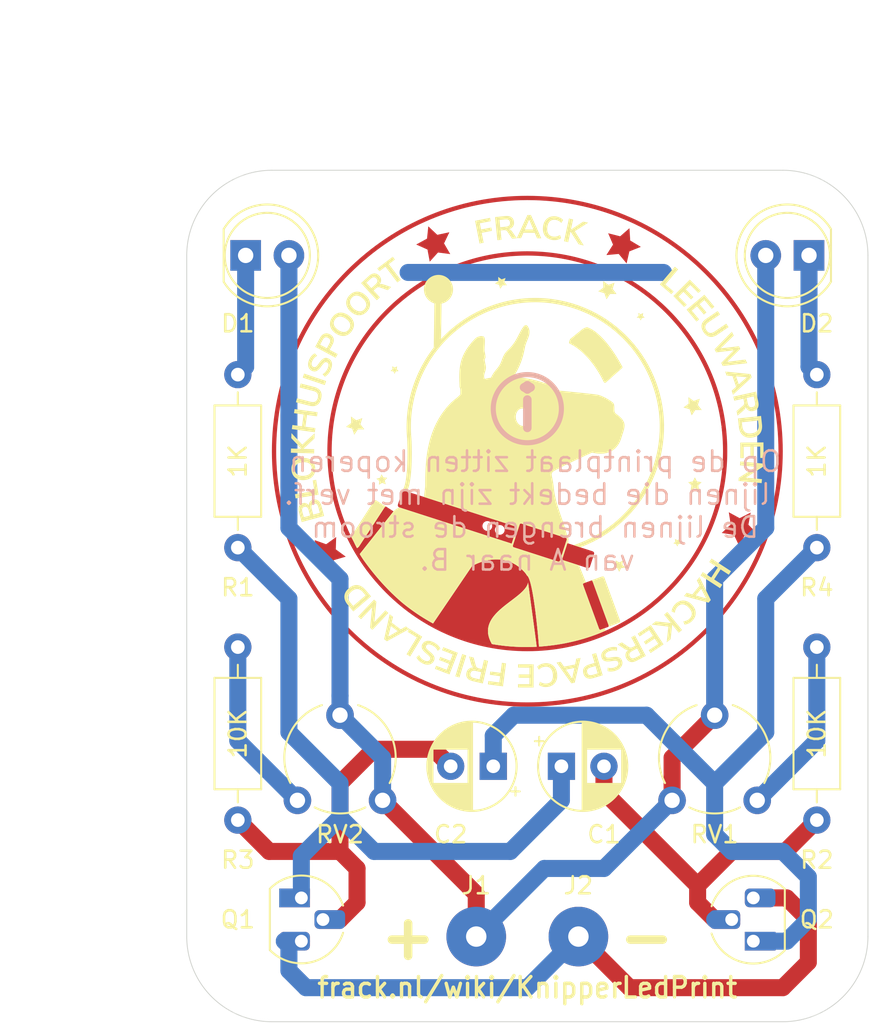
<source format=kicad_pcb>
(kicad_pcb (version 20171130) (host pcbnew "(6.0.0-rc1-dev-318-g6fdc5972f)")
  (layers (0 F.Cu signal) (31 B.Cu signal) (34 B.Paste user) (35 F.Paste user) (36 B.SilkS user) (37 F.SilkS user) (38 B.Mask user) (39 F.Mask user) (44 Edge.Cuts user))
  (net 0 "")
  (net 1 "Net-(C1-Pad1)")
  (net 2 "Net-(C1-Pad2)")
  (net 3 "Net-(C2-Pad2)")
  (net 4 "Net-(C2-Pad1)")
  (net 5 "Net-(D1-Pad1)")
  (net 6 "Net-(D1-Pad2)")
  (net 7 "Net-(D2-Pad1)")
  (net 8 GND)
  (net 9 "Net-(R2-Pad1)")
  (net 10 "Net-(R3-Pad1)")
  (module Package_TO_SOT_THT:TO-92_HandSolder (layer F.Cu) (at 6.73 42.73 270)
    (fp_text reference Q1 (at 1.27 3.73) (layer F.SilkS))
    (fp_text value BC547)
    (pad 2 thru_hole roundrect (at 1.27 -1.27 270) (size 1.1 1.8) (drill 0.75 (offset 0 -0.4)) (layers *.Cu *.Mask) (net 3 "Net-(C2-Pad2)"))
    (pad 3 thru_hole roundrect (at 2.54 0 270) (size 1.1 1.8) (drill 0.75 (offset 0 0.4)) (layers *.Cu *.Mask) (net 8 GND))
    (pad 1 thru_hole rect (at 0 0 270) (size 1.1 1.8) (drill 0.75 (offset 0 0.4)) (layers *.Cu *.Mask) (net 1 "Net-(C1-Pad1)"))
  )
  (module Connector_Wire:SolderWirePad_1x01_Drill1.2mm (layer F.Cu) (at 17 45)
    (fp_text reference J1 (at 0 -3) (layer F.SilkS))
    (fp_text value Conn_01x01)
    (pad 1 thru_hole circle (at 0 0) (size 3.50012 3.50012) (drill 1.19888) (layers *.Cu *.Mask) (net 6 "Net-(D1-Pad2)"))
  )
  (module Package_TO_SOT_THT:TO-92_HandSolder (layer F.Cu) (at 33.27 45.27 90)
    (fp_text reference Q2 (at 1.27 3.73 180) (layer F.SilkS))
    (fp_text value BC547)
    (pad 1 thru_hole rect (at 0 0 90) (size 1.1 1.8) (drill 0.75 (offset 0 0.4)) (layers *.Cu *.Mask) (net 4 "Net-(C2-Pad1)"))
    (pad 3 thru_hole roundrect (at 2.54 0 90) (size 1.1 1.8) (drill 0.75 (offset 0 0.4)) (layers *.Cu *.Mask) (net 8 GND))
    (pad 2 thru_hole roundrect (at 1.27 -1.27 90) (size 1.1 1.8) (drill 0.75 (offset 0 -0.4)) (layers *.Cu *.Mask) (net 2 "Net-(C1-Pad2)"))
  )
  (module Connector_Wire:SolderWirePad_1x01_Drill1.2mm (layer F.Cu) (at 23 45)
    (fp_text reference J2 (at 0 -3) (layer F.SilkS))
    (fp_text value Conn_01x01)
    (pad 1 thru_hole circle (at 0 0) (size 3.50012 3.50012) (drill 1.19888) (layers *.Cu *.Mask) (net 8 GND))
  )
  (module Resistor_THT:R_Axial_DIN0207_L6.3mm_D2.5mm_P10.16mm_Horizontal (layer F.Cu) (at 3 28 270)
    (fp_text reference R3 (at 12.5 0) (layer F.SilkS))
    (fp_text value 10K (at 5.08 0 270) (layer F.SilkS))
    (pad 2 thru_hole oval (at 10.16 0 270) (size 1.6 1.6) (drill 0.8) (layers *.Cu *.Mask) (net 3 "Net-(C2-Pad2)"))
    (pad 1 thru_hole circle (at 0 0 270) (size 1.6 1.6) (drill 0.8) (layers *.Cu *.Mask) (net 10 "Net-(R3-Pad1)"))
  )
  (module Resistor_THT:R_Axial_DIN0207_L6.3mm_D2.5mm_P10.16mm_Horizontal (layer F.Cu) (at 37 12 270)
    (fp_text reference R4 (at 12.5 0) (layer F.SilkS))
    (fp_text value 1K (at 5.08 0 270) (layer F.SilkS))
    (pad 2 thru_hole oval (at 10.16 0 270) (size 1.6 1.6) (drill 0.8) (layers *.Cu *.Mask) (net 4 "Net-(C2-Pad1)"))
    (pad 1 thru_hole circle (at 0 0 270) (size 1.6 1.6) (drill 0.8) (layers *.Cu *.Mask) (net 7 "Net-(D2-Pad1)"))
  )
  (module Resistor_THT:R_Axial_DIN0207_L6.3mm_D2.5mm_P10.16mm_Horizontal (layer F.Cu) (at 3 12 270)
    (fp_text reference R1 (at 12.5 0) (layer F.SilkS))
    (fp_text value 1K (at 5.08 0 270) (layer F.SilkS))
    (pad 1 thru_hole circle (at 0 0 270) (size 1.6 1.6) (drill 0.8) (layers *.Cu *.Mask) (net 5 "Net-(D1-Pad1)"))
    (pad 2 thru_hole oval (at 10.16 0 270) (size 1.6 1.6) (drill 0.8) (layers *.Cu *.Mask) (net 1 "Net-(C1-Pad1)"))
  )
  (module Potentiometer_THT:Potentiometer_Piher_PT-6-V_Vertical (layer F.Cu) (at 33.5 37 90)
    (fp_text reference RV1 (at -2 -2.5 180) (layer F.SilkS))
    (fp_text value 250K)
    (pad 3 thru_hole circle (at 0 -5 90) (size 1.62 1.62) (drill 0.9) (layers *.Cu *.Mask) (net 6 "Net-(D1-Pad2)"))
    (pad 2 thru_hole circle (at 5 -2.5 90) (size 1.62 1.62) (drill 0.9) (layers *.Cu *.Mask) (net 6 "Net-(D1-Pad2)"))
    (pad 1 thru_hole circle (at 0 0 90) (size 1.62 1.62) (drill 0.9) (layers *.Cu *.Mask) (net 9 "Net-(R2-Pad1)"))
  )
  (module Potentiometer_THT:Potentiometer_Piher_PT-6-V_Vertical (layer F.Cu) (at 11.5 37 90)
    (fp_text reference RV2 (at -2 -2.5 180) (layer F.SilkS))
    (fp_text value 250K)
    (pad 1 thru_hole circle (at 0 0 90) (size 1.62 1.62) (drill 0.9) (layers *.Cu *.Mask) (net 6 "Net-(D1-Pad2)"))
    (pad 2 thru_hole circle (at 5 -2.5 90) (size 1.62 1.62) (drill 0.9) (layers *.Cu *.Mask) (net 6 "Net-(D1-Pad2)"))
    (pad 3 thru_hole circle (at 0 -5 90) (size 1.62 1.62) (drill 0.9) (layers *.Cu *.Mask) (net 10 "Net-(R3-Pad1)"))
  )
  (module Resistor_THT:R_Axial_DIN0207_L6.3mm_D2.5mm_P10.16mm_Horizontal (layer F.Cu) (at 37 28 270)
    (fp_text reference R2 (at 12.5 0) (layer F.SilkS))
    (fp_text value 10K (at 5.08 0 270) (layer F.SilkS))
    (pad 1 thru_hole circle (at 0 0 270) (size 1.6 1.6) (drill 0.8) (layers *.Cu *.Mask) (net 9 "Net-(R2-Pad1)"))
    (pad 2 thru_hole oval (at 10.16 0 270) (size 1.6 1.6) (drill 0.8) (layers *.Cu *.Mask) (net 2 "Net-(C1-Pad2)"))
  )
  (module LED_THT:LED_D5.0mm (layer F.Cu) (at 36.54 5 180)
    (fp_text reference D2 (at -0.46 -4 180) (layer F.SilkS))
    (fp_text value LED)
    (pad 2 thru_hole circle (at 2.54 0 180) (size 1.8 1.8) (drill 0.9) (layers *.Cu *.Mask) (net 6 "Net-(D1-Pad2)"))
    (pad 1 thru_hole rect (at 0 0 180) (size 1.8 1.8) (drill 0.9) (layers *.Cu *.Mask) (net 7 "Net-(D2-Pad1)"))
  )
  (module Capacitor_THT:CP_Radial_D5.0mm_P2.50mm (layer F.Cu) (at 22 35)
    (fp_text reference C1 (at 2.5 4) (layer F.SilkS))
    (fp_text value 10uF)
    (pad 1 thru_hole rect (at 0 0) (size 1.6 1.6) (drill 0.8) (layers *.Cu *.Mask) (net 1 "Net-(C1-Pad1)"))
    (pad 2 thru_hole circle (at 2.5 0) (size 1.6 1.6) (drill 0.8) (layers *.Cu *.Mask) (net 2 "Net-(C1-Pad2)"))
  )
  (module Capacitor_THT:CP_Radial_D5.0mm_P2.50mm (layer F.Cu) (at 18 35 180)
    (fp_text reference C2 (at 2.5 -4 180) (layer F.SilkS))
    (fp_text value 10uF)
    (pad 2 thru_hole circle (at 2.5 0 180) (size 1.6 1.6) (drill 0.8) (layers *.Cu *.Mask) (net 3 "Net-(C2-Pad2)"))
    (pad 1 thru_hole rect (at 0 0 180) (size 1.6 1.6) (drill 0.8) (layers *.Cu *.Mask) (net 4 "Net-(C2-Pad1)"))
  )
  (module LED_THT:LED_D5.0mm (layer F.Cu) (at 3.46 5)
    (fp_text reference D1 (at -0.46 4) (layer F.SilkS))
    (fp_text value LED)
    (pad 1 thru_hole rect (at 0 0) (size 1.8 1.8) (drill 0.9) (layers *.Cu *.Mask) (net 5 "Net-(D1-Pad1)"))
    (pad 2 thru_hole circle (at 2.54 0) (size 1.8 1.8) (drill 0.9) (layers *.Cu *.Mask) (net 6 "Net-(D1-Pad2)"))
  )
  (module Custom_parts:fracklogo_multilayer (layer F.Cu) (at 20 16.5)
    (fp_text reference "" (at 0 0) (layer F.SilkS) (effects (font (size 1.524 1.524))))
    (fp_text value "" (at 0 0) (layer F.SilkS) (effects (font (size 1.524 1.524))))
    (fp_poly (pts (xy 3.764111 7.5861) (xy 3.44165 7.703923) (xy 3.293339 7.757666) (xy 3.286095 7.764149) (xy 3.279541 7.771408) (xy 3.273702 7.77937) (xy 3.272147 7.786274) (xy 3.271162 7.793995) (xy 3.270746 7.802464) (xy 3.270897 7.811612) (xy 3.271612 7.82137) (xy 3.27289 7.831672) (xy 3.274728 7.842447) (xy 3.277126 7.853628) (xy 3.28008 7.865147) (xy 3.28359 7.876935) (xy 3.287653 7.888923) (xy 4.198709 10.387479) (xy 4.202837 10.398262) (xy 4.207203 10.408629) (xy 4.211779 10.418539) (xy 4.216538 10.427949) (xy 4.221453 10.436817) (xy 4.226496 10.445101) (xy 4.231639 10.452758) (xy 4.236855 10.459748) (xy 4.242117 10.466027) (xy 4.25069 10.474605) (xy 4.259115 10.481019) (xy 4.267232 10.485109) (xy 4.274882 10.486711) (xy 4.281908 10.485665) (xy 4.541323 10.391097) (xy 4.757848 10.312549) (xy 4.763094 10.309168) (xy 4.767666 10.303764) (xy 4.770534 10.298209) (xy 4.77276 10.291549) (xy 4.774341 10.283871) (xy 4.775272 10.275264) (xy 4.775549 10.265814) (xy 4.77517 10.255607) (xy 4.774129 10.244731) (xy 4.772424 10.233273) (xy 4.770051 10.22132) (xy 4.767005 10.208958) (xy 4.763284 10.196275) (xy 4.758882 10.183358) (xy 3.847827 7.684286) (xy 3.842299 7.670169) (xy 3.836326 7.656808) (xy 3.829988 7.644294) (xy 3.823365 7.632721) (xy 3.816536 7.622181) (xy 3.809583 7.612765) (xy 3.802584 7.604566) (xy 3.795619 7.597677) (xy 3.788769 7.592189) (xy 3.782113 7.588195) (xy 3.775732 7.585788) (xy 3.769704 7.585059) (xy 3.764111 7.586101) (xy 3.764111 7.5861)) (layer F.Cu) (width 0.000001))
    (fp_poly (pts (xy 2.350244 5.405355) (xy 2.275313 5.638415) (xy 2.184363 5.920569) (xy 2.037085 6.377905) (xy 3.516581 6.854362) (xy 3.528254 6.857545) (xy 3.539957 6.859641) (xy 3.551633 6.860676) (xy 3.563222 6.860682) (xy 3.574666 6.859688) (xy 3.585905 6.857723) (xy 3.596882 6.854816) (xy 3.607538 6.850996) (xy 3.617814 6.846294) (xy 3.62765 6.840739) (xy 3.636989 6.834359) (xy 3.645772 6.827185) (xy 3.653939 6.819245) (xy 3.661433 6.810569) (xy 3.668194 6.801187) (xy 3.674165 6.791128) (xy 3.679285 6.780421) (xy 3.683496 6.769096) (xy 3.918107 6.042009) (xy 3.921275 6.030321) (xy 3.923347 6.018598) (xy 3.924356 6.0069) (xy 3.92433 5.995284) (xy 3.9233 5.983811) (xy 3.921297 5.972539) (xy 3.91835 5.961529) (xy 3.91449 5.950839) (xy 3.909748 5.940528) (xy 3.904152 5.930655) (xy 3.897734 5.921281) (xy 3.890524 5.912463) (xy 3.882553 5.904262) (xy 3.873849 5.896737) (xy 3.864444 5.889947) (xy 3.854368 5.88395) (xy 3.843652 5.878807) (xy 3.832324 5.874577) (xy 3.108854 5.641516) (xy 2.709912 5.512842) (xy 2.377633 5.405872) (xy 2.368499 5.40565) (xy 2.359428 5.405437) (xy 2.350244 5.405342) (xy 2.350244 5.405355)) (layer F.Cu) (width 0.000001))
    (fp_poly (pts (xy -11.224638 5.036902) (xy -11.813232 5.460649) (xy -12.496395 5.215702) (xy -12.27522 5.906616) (xy -12.71912 6.480225) (xy -11.993583 6.483842) (xy -11.585339 7.083288) (xy -11.357963 6.394441) (xy -10.661365 6.190836) (xy -11.246342 5.761922) (xy -11.224638 5.036902)) (layer F.Cu) (width 0.000001))
    (fp_poly (pts (xy -0.37207 4.244185) (xy -0.382682 4.244866) (xy -0.392942 4.246859) (xy -0.402752 4.250095) (xy -0.412014 4.254501) (xy -0.420631 4.260007) (xy -0.428506 4.266542) (xy -0.435539 4.274035) (xy -0.441634 4.282414) (xy -0.446693 4.291608) (xy -0.450618 4.301546) (xy -0.506946 4.476213) (xy -0.822689 5.455998) (xy -0.832507 5.487003) (xy -0.849044 5.53713) (xy -0.851766 5.548009) (xy -0.852966 5.558896) (xy -0.852708 5.569667) (xy -0.851061 5.580199) (xy -0.84809 5.590368) (xy -0.843862 5.600051) (xy -0.838443 5.609123) (xy -0.8319 5.617461) (xy -0.824299 5.624941) (xy -0.815708 5.63144) (xy -0.806191 5.636834) (xy -0.795817 5.640999) (xy -0.202572 5.832202) (xy 0.428398 6.03529) (xy 0.673861 6.114872) (xy 1.810742 6.480741) (xy 1.821567 6.483402) (xy 1.832431 6.484538) (xy 1.843202 6.48422) (xy 1.853753 6.482518) (xy 1.863952 6.479503) (xy 1.873671 6.475244) (xy 1.882779 6.469812) (xy 1.891146 6.463277) (xy 1.898643 6.45571) (xy 1.905139 6.44718) (xy 1.910505 6.437758) (xy 1.914612 6.427515) (xy 1.929081 6.381523) (xy 1.94045 6.346383) (xy 2.069641 5.94589) (xy 2.160075 5.666838) (xy 2.242757 5.409489) (xy 2.25671 5.367114) (xy 2.313037 5.192448) (xy 2.315729 5.181579) (xy 2.316912 5.170697) (xy 2.316648 5.159926) (xy 2.315003 5.149391) (xy 2.312041 5.139217) (xy 2.307825 5.129528) (xy 2.30242 5.12045) (xy 2.295891 5.112107) (xy 2.288301 5.104623) (xy 2.279715 5.098124) (xy 2.270197 5.092734) (xy 2.25981 5.088578) (xy -0.347266 4.24832) (xy -0.35548 4.246048) (xy -0.363706 4.244657) (xy -0.37207 4.244184) (xy -0.37207 4.244185)) (layer F.Cu) (width 0.000001))
    (fp_poly (pts (xy 11.830286 3.582727) (xy 11.942423 4.299479) (xy 11.41584 4.798157) (xy 12.132076 4.912878) (xy 12.443685 5.568136) (xy 12.774414 4.92218) (xy 13.49375 4.828129) (xy 12.981636 4.314465) (xy 13.114445 3.60133) (xy 12.467456 3.929476) (xy 11.830286 3.582727)) (layer F.Cu) (width 0.000001))
    (fp_poly (pts (xy -7.258472 2.315104) (xy -7.268316 2.317124) (xy -7.277977 2.319912) (xy -7.287403 2.323423) (xy -7.296544 2.327612) (xy -7.305348 2.332433) (xy -7.313765 2.337842) (xy -7.322192 2.344163) (xy -7.330116 2.351111) (xy -7.337489 2.35868) (xy -7.344262 2.36686) (xy -7.350389 2.375644) (xy -7.35582 2.385024) (xy -7.36051 2.394991) (xy -7.364408 2.405538) (xy -7.598503 3.132625) (xy -7.601708 3.144286) (xy -7.603821 3.155978) (xy -7.604871 3.167644) (xy -7.604886 3.179224) (xy -7.603898 3.19066) (xy -7.601936 3.201894) (xy -7.59903 3.212866) (xy -7.595208 3.223519) (xy -7.590502 3.233792) (xy -7.584941 3.243629) (xy -7.578554 3.252969) (xy -7.571372 3.261755) (xy -7.563424 3.269928) (xy -7.55474 3.277428) (xy -7.545349 3.284199) (xy -7.535282 3.29018) (xy -7.524568 3.295313) (xy -7.513236 3.29954) (xy -5.958293 3.800801) (xy -4.473629 4.279325) (xy -3.783748 4.501534) (xy -0.918807 5.424992) (xy -0.603064 4.445207) (xy -1.334485 4.574643) (xy -1.332662 4.588997) (xy -1.331556 4.603563) (xy -1.331185 4.618323) (xy -1.331556 4.633082) (xy -1.332662 4.647648) (xy -1.334485 4.662002) (xy -1.337006 4.676127) (xy -1.340207 4.690003) (xy -1.344071 4.703614) (xy -1.348579 4.716941) (xy -1.353714 4.729966) (xy -1.359457 4.742671) (xy -1.36579 4.755038) (xy -1.372696 4.767049) (xy -1.380156 4.778686) (xy -1.388152 4.789932) (xy -1.396666 4.800767) (xy -1.405681 4.811173) (xy -1.415177 4.821134) (xy -1.425138 4.830631) (xy -1.435545 4.839646) (xy -1.44638 4.84816) (xy -1.457625 4.856156) (xy -1.469262 4.863616) (xy -1.481274 4.870522) (xy -1.493641 4.876855) (xy -1.506346 4.882598) (xy -1.519371 4.887732) (xy -1.532698 4.892241) (xy -1.546308 4.896105) (xy -1.560185 4.899306) (xy -1.574309 4.901827) (xy -1.588663 4.903649) (xy -1.603229 4.904755) (xy -1.617989 4.905127) (xy -1.632749 4.904755) (xy -1.647315 4.903649) (xy -1.661669 4.901827) (xy -1.675793 4.899306) (xy -1.68967 4.896105) (xy -1.703281 4.892241) (xy -1.716608 4.887732) (xy -1.729632 4.882598) (xy -1.742338 4.876855) (xy -1.754705 4.870522) (xy -1.766716 4.863616) (xy -1.778353 4.856156) (xy -1.789598 4.84816) (xy -1.800433 4.839646) (xy -1.81084 4.830631) (xy -1.820801 4.821134) (xy -1.830298 4.811173) (xy -1.839312 4.800767) (xy -1.847826 4.789932) (xy -1.855823 4.778686) (xy -1.863282 4.767049) (xy -1.870188 4.755038) (xy -1.876521 4.742671) (xy -1.882264 4.729966) (xy -1.887399 4.716941) (xy -1.891907 4.703614) (xy -1.895771 4.690003) (xy -1.898972 4.676127) (xy -1.901493 4.662002) (xy -1.903316 4.647648) (xy -1.904422 4.633082) (xy -1.904793 4.618323) (xy -1.904422 4.603563) (xy -1.903316 4.588997) (xy -1.901493 4.574643) (xy -1.898972 4.560518) (xy -1.895771 4.546642) (xy -1.891907 4.533031) (xy -2.073742 4.473654) (xy -2.07825 4.486981) (xy -2.083385 4.500006) (xy -2.089128 4.512711) (xy -2.095461 4.525078) (xy -2.102367 4.537089) (xy -2.109827 4.548726) (xy -2.117823 4.559972) (xy -2.126337 4.570807) (xy -2.135352 4.581214) (xy -2.144849 4.591174) (xy -2.154809 4.600671) (xy -2.165216 4.609686) (xy -2.176051 4.6182) (xy -2.187296 4.626196) (xy -2.198934 4.633656) (xy -2.210945 4.640562) (xy -2.223312 4.646895) (xy -2.236017 4.652638) (xy -2.249042 4.657772) (xy -2.262369 4.662281) (xy -2.275979 4.666145) (xy -2.289856 4.669346) (xy -2.30398 4.671867) (xy -2.318335 4.673689) (xy -2.332901 4.674795) (xy -2.34766 4.675167) (xy -2.36242 4.674795) (xy -2.376986 4.673689) (xy -2.39134 4.671867) (xy -2.405465 4.669346) (xy -2.419341 4.666145) (xy -2.432952 4.662281) (xy -2.446279 4.657772) (xy -2.459304 4.652638) (xy -2.472009 4.646895) (xy -2.484376 4.640562) (xy -2.496387 4.633656) (xy -2.508024 4.626196) (xy -2.519269 4.6182) (xy -2.530104 4.609686) (xy -2.540511 4.600671) (xy -2.550472 4.591174) (xy -2.559969 4.581214) (xy -2.568983 4.570807) (xy -2.577498 4.559972) (xy -2.585494 4.548726) (xy -2.592954 4.537089) (xy -2.599859 4.525078) (xy -2.606193 4.512711) (xy -2.611936 4.500006) (xy -2.61707 4.486981) (xy -2.621578 4.473654) (xy -2.625442 4.460043) (xy -2.628644 4.446167) (xy -2.631165 4.432043) (xy -2.632987 4.417688) (xy -2.634093 4.403122) (xy -2.634464 4.388363) (xy -2.634093 4.373603) (xy -2.632987 4.359037) (xy -2.631165 4.344683) (xy -2.628644 4.330558) (xy -2.625442 4.316682) (xy -2.621578 4.303071) (xy -2.61707 4.289744) (xy -2.611936 4.276719) (xy -2.606193 4.264014) (xy -2.599859 4.251647) (xy -2.592954 4.239636) (xy -2.585494 4.227999) (xy -2.577498 4.216754) (xy -2.568983 4.205919) (xy -2.559969 4.195512) (xy -2.550472 4.185551) (xy -2.540511 4.176054) (xy -2.530104 4.16704) (xy -2.519269 4.158525) (xy -2.508024 4.150529) (xy -2.496387 4.143069) (xy -2.484376 4.136164) (xy -2.472009 4.12983) (xy -2.459304 4.124087) (xy -2.446279 4.118953) (xy -2.432952 4.114444) (xy -2.419341 4.110581) (xy -2.405465 4.107379) (xy -2.39134 4.104858) (xy -2.376986 4.103036) (xy -2.36242 4.10193) (xy -2.34766 4.101558) (xy -2.332901 4.10193) (xy -2.318335 4.103036) (xy -2.30398 4.104858) (xy -2.289856 4.107379) (xy -2.275979 4.110581) (xy -2.262369 4.114444) (xy -2.249042 4.118953) (xy -2.236017 4.124087) (xy -2.223312 4.12983) (xy -2.210945 4.136164) (xy -2.198934 4.143069) (xy -2.187296 4.150529) (xy -2.176051 4.158525) (xy -2.165216 4.16704) (xy -2.154809 4.176054) (xy -2.144848 4.185551) (xy -2.135352 4.195512) (xy -2.126337 4.205919) (xy -2.117823 4.216754) (xy -2.109827 4.227999) (xy -2.102367 4.239636) (xy -2.095461 4.251647) (xy -2.089128 4.264014) (xy -2.083385 4.276719) (xy -2.07825 4.289744) (xy -2.073742 4.303071) (xy -2.069878 4.316682) (xy -2.066677 4.330558) (xy -2.064156 4.344683) (xy -2.062333 4.359037) (xy -2.061227 4.373603) (xy -2.060856 4.388363) (xy -2.061228 4.403122) (xy -2.062333 4.417688) (xy -2.064156 4.432043) (xy -2.066677 4.446167) (xy -2.069878 4.460043) (xy -2.073742 4.473654) (xy -1.891907 4.533031) (xy -1.887399 4.519704) (xy -1.882264 4.506679) (xy -1.876521 4.493974) (xy -1.870188 4.481607) (xy -1.863282 4.469596) (xy -1.855823 4.457959) (xy -1.847826 4.446714) (xy -1.839312 4.435879) (xy -1.830298 4.425472) (xy -1.820801 4.415511) (xy -1.81084 4.406014) (xy -1.800433 4.397) (xy -1.789598 4.388485) (xy -1.778353 4.380489) (xy -1.766716 4.373029) (xy -1.754705 4.366124) (xy -1.742338 4.359791) (xy -1.729632 4.354048) (xy -1.716608 4.348913) (xy -1.703281 4.344405) (xy -1.68967 4.340541) (xy -1.675793 4.337339) (xy -1.661669 4.334818) (xy -1.647315 4.332996) (xy -1.632749 4.33189) (xy -1.617989 4.331519) (xy -1.603229 4.33189) (xy -1.588663 4.332996) (xy -1.574309 4.334818) (xy -1.560185 4.337339) (xy -1.546308 4.340541) (xy -1.532698 4.344405) (xy -1.519371 4.348913) (xy -1.506346 4.354048) (xy -1.493641 4.359791) (xy -1.481274 4.366124) (xy -1.469262 4.373029) (xy -1.457625 4.380489) (xy -1.44638 4.388485) (xy -1.435545 4.397) (xy -1.425138 4.406014) (xy -1.415177 4.415511) (xy -1.405681 4.425472) (xy -1.396666 4.435879) (xy -1.388152 4.446714) (xy -1.380156 4.457959) (xy -1.372696 4.469596) (xy -1.36579 4.481607) (xy -1.359457 4.493974) (xy -1.353714 4.506679) (xy -1.348579 4.519704) (xy -1.344071 4.533031) (xy -1.340207 4.546642) (xy -1.337006 4.560518) (xy -1.334485 4.574643) (xy -0.603064 4.445207) (xy -5.409489 2.895947) (xy -5.808948 2.767273) (xy -5.819801 2.763656) (xy -5.988783 2.709396) (xy -6.328814 2.599842) (xy -6.353102 2.59209) (xy -6.354855 2.591545) (xy -6.35996 2.589956) (xy -6.368193 2.587396) (xy -6.379324 2.583934) (xy -6.393128 2.579643) (xy -6.409378 2.574594) (xy -6.427846 2.568857) (xy -6.448307 2.562503) (xy -6.470532 2.555605) (xy -6.494295 2.548233) (xy -6.519369 2.540458) (xy -6.545527 2.532352) (xy -6.572542 2.523985) (xy -6.600187 2.515429) (xy -6.628236 2.506755) (xy -6.656461 2.498034) (xy -6.684635 2.489337) (xy -6.712532 2.480736) (xy -6.739924 2.472301) (xy -6.766585 2.464104) (xy -6.792287 2.456216) (xy -6.816805 2.448708) (xy -6.83991 2.441651) (xy -6.861376 2.435117) (xy -6.880976 2.429176) (xy -6.898483 2.4239) (xy -6.91367 2.41936) (xy -6.92631 2.415627) (xy -6.936177 2.412772) (xy -6.943043 2.410867) (xy -6.946681 2.409982) (xy -6.946864 2.410189) (xy -6.957671 2.406412) (xy -6.968315 2.40268) (xy -6.978792 2.398995) (xy -6.989099 2.395359) (xy -6.99923 2.391775) (xy -7.009181 2.388245) (xy -7.01895 2.384771) (xy -7.02853 2.381355) (xy -7.037919 2.378) (xy -7.047112 2.374708) (xy -7.056104 2.371481) (xy -7.064892 2.368321) (xy -7.073472 2.365231) (xy -7.090329 2.359162) (xy -7.106175 2.353421) (xy -7.120953 2.348035) (xy -7.134603 2.343032) (xy -7.147066 2.338439) (xy -7.158283 2.334284) (xy -7.168196 2.330594) (xy -7.176745 2.327397) (xy -7.183872 2.324719) (xy -7.189518 2.322588) (xy -7.193623 2.321033) (xy -7.19613 2.320079) (xy -7.196979 2.319755) (xy -7.207292 2.316889) (xy -7.217647 2.314889) (xy -7.227993 2.313733) (xy -7.23828 2.313399) (xy -7.248457 2.313864) (xy -7.258474 2.315105) (xy -7.258472 2.315104)) (layer F.Cu) (width 0.000001))
    (fp_poly (pts (xy 0 -11.742435) (xy -0.164668 -11.741326) (xy -0.32893 -11.737998) (xy -0.49278 -11.732453) (xy -0.656207 -11.724694) (xy -0.819204 -11.714722) (xy -0.981762 -11.702539) (xy -1.143873 -11.688146) (xy -1.305529 -11.671545) (xy -1.46672 -11.652739) (xy -1.627438 -11.631728) (xy -1.787676 -11.608515) (xy -1.947424 -11.583101) (xy -2.106674 -11.555488) (xy -2.265417 -11.525677) (xy -2.423646 -11.493672) (xy -2.581351 -11.459473) (xy -2.738525 -11.423081) (xy -2.895158 -11.3845) (xy -3.051243 -11.34373) (xy -3.20677 -11.300774) (xy -3.361732 -11.255632) (xy -3.51612 -11.208308) (xy -3.669926 -11.158802) (xy -3.82314 -11.107116) (xy -3.975755 -11.053252) (xy -4.127762 -10.997212) (xy -4.279153 -10.938998) (xy -4.429919 -10.878611) (xy -4.580052 -10.816054) (xy -4.729543 -10.751327) (xy -4.878384 -10.684433) (xy -5.026567 -10.615373) (xy -5.03555 -10.617065) (xy -5.044568 -10.61865) (xy -5.053613 -10.62014) (xy -5.062676 -10.621546) (xy -5.07175 -10.622881) (xy -5.080827 -10.624157) (xy -5.09131 -10.625561) (xy -5.101813 -10.626864) (xy -5.112335 -10.628065) (xy -5.122871 -10.629161) (xy -5.133417 -10.63015) (xy -5.143971 -10.63103) (xy -5.154529 -10.631799) (xy -5.165088 -10.632456) (xy -5.175643 -10.632998) (xy -5.186193 -10.633422) (xy -5.196733 -10.633728) (xy -5.207259 -10.633913) (xy -5.217769 -10.633976) (xy -5.255181 -10.633261) (xy -5.29232 -10.631133) (xy -5.329155 -10.627613) (xy -5.365656 -10.622724) (xy -5.401791 -10.616488) (xy -5.437529 -10.608927) (xy -5.472839 -10.600063) (xy -5.50769 -10.589919) (xy -5.542051 -10.578517) (xy -5.575891 -10.565878) (xy -5.609179 -10.552025) (xy -5.641884 -10.536981) (xy -5.673975 -10.520768) (xy -5.705421 -10.503407) (xy -5.73619 -10.484921) (xy -5.766252 -10.465332) (xy -5.795576 -10.444663) (xy -5.824131 -10.422935) (xy -5.851885 -10.400172) (xy -5.878807 -10.376394) (xy -5.904867 -10.351624) (xy -5.930034 -10.325886) (xy -5.954276 -10.299199) (xy -5.977562 -10.271588) (xy -5.999861 -10.243074) (xy -6.021143 -10.213679) (xy -6.041377 -10.183426) (xy -6.06053 -10.152336) (xy -6.078572 -10.120432) (xy -6.095473 -10.087737) (xy -6.111201 -10.054272) (xy -6.125724 -10.02006) (xy -5.958962 -9.923447) (xy -5.949585 -9.939549) (xy -5.939876 -9.95541) (xy -5.929838 -9.971028) (xy -5.919478 -9.986397) (xy -5.908801 -10.001515) (xy -5.897813 -10.016377) (xy -5.886518 -10.030979) (xy -5.874923 -10.045317) (xy -5.863032 -10.059387) (xy -5.850851 -10.073185) (xy -5.838386 -10.086707) (xy -5.825641 -10.099949) (xy -5.812623 -10.112907) (xy -5.799336 -10.125577) (xy -5.785785 -10.137954) (xy -5.771978 -10.150036) (xy -5.757918 -10.161818) (xy -5.743611 -10.173296) (xy -5.729062 -10.184465) (xy -5.714277 -10.195323) (xy -5.699262 -10.205864) (xy -5.684021 -10.216085) (xy -5.66856 -10.225982) (xy -5.652885 -10.235551) (xy -5.644695 -10.2416) (xy -5.636417 -10.247527) (xy -5.628052 -10.253332) (xy -5.619602 -10.259016) (xy -5.61107 -10.264579) (xy -5.602457 -10.270021) (xy -5.593765 -10.275341) (xy -5.584997 -10.280541) (xy -5.576153 -10.285621) (xy -5.567237 -10.290581) (xy -5.558249 -10.29542) (xy -5.549192 -10.30014) (xy -5.540068 -10.30474) (xy -5.530879 -10.309221) (xy -5.521627 -10.313582) (xy -5.512241 -10.317847) (xy -5.502791 -10.321985) (xy -5.493278 -10.325995) (xy -5.483703 -10.329875) (xy -5.474068 -10.333625) (xy -5.464373 -10.337242) (xy -5.454621 -10.340727) (xy -5.444812 -10.344077) (xy -5.434947 -10.347291) (xy -5.425029 -10.350369) (xy -5.415057 -10.353308) (xy -5.405034 -10.356108) (xy -5.394961 -10.358768) (xy -5.384838 -10.361286) (xy -5.374668 -10.36366) (xy -5.364452 -10.365891) (xy -5.35419 -10.367976) (xy -5.343884 -10.369914) (xy -5.333536 -10.371704) (xy -5.323146 -10.373345) (xy -5.312716 -10.374836) (xy -5.302248 -10.376175) (xy -5.291741 -10.377361) (xy -5.281199 -10.378393) (xy -5.270621 -10.379269) (xy -5.26001 -10.379989) (xy -5.249366 -10.380551) (xy -5.238691 -10.380954) (xy -5.227986 -10.381197) (xy -5.217253 -10.381278) (xy -5.207093 -10.381203) (xy -5.196913 -10.380977) (xy -5.186719 -10.380603) (xy -5.176517 -10.380084) (xy -5.166312 -10.379422) (xy -5.15611 -10.378619) (xy -5.145917 -10.377677) (xy -5.135739 -10.376599) (xy -5.125581 -10.375388) (xy -5.11545 -10.374045) (xy -5.106095 -10.372686) (xy -5.096763 -10.371231) (xy -5.087461 -10.369674) (xy -5.078192 -10.368005) (xy -5.068962 -10.36622) (xy -5.059775 -10.364311) (xy -5.050637 -10.362271) (xy -5.041553 -10.360093) (xy -5.005896 -10.35079) (xy -4.997628 -10.348727) (xy -4.956803 -10.368364) (xy -4.931642 -10.380375) (xy -4.906459 -10.392319) (xy -4.881256 -10.404195) (xy -4.856033 -10.416004) (xy -4.83079 -10.427745) (xy -4.805526 -10.43942) (xy -4.780243 -10.451028) (xy -4.754939 -10.462569) (xy -4.729615 -10.474045) (xy -4.704272 -10.485454) (xy -4.678908 -10.496798) (xy -4.653525 -10.508077) (xy -4.628123 -10.51929) (xy -4.602701 -10.530439) (xy -4.577259 -10.541522) (xy -4.551798 -10.552542) (xy -4.526318 -10.563497) (xy -4.500819 -10.574388) (xy -4.475301 -10.585215) (xy -4.449763 -10.595979) (xy -4.424207 -10.606679) (xy -4.398632 -10.617317) (xy -4.373038 -10.627892) (xy -4.347426 -10.638404) (xy -4.321795 -10.648854) (xy -4.296146 -10.659242) (xy -4.270478 -10.669568) (xy -4.244792 -10.679833) (xy -4.219087 -10.690036) (xy -4.193365 -10.700178) (xy -4.167624 -10.71026) (xy -4.141866 -10.72028) (xy -4.018184 -10.767413) (xy -3.894084 -10.813072) (xy -3.76957 -10.857256) (xy -3.644646 -10.899963) (xy -3.519318 -10.941192) (xy -3.393591 -10.980942) (xy -3.267469 -11.019211) (xy -3.140956 -11.055998) (xy -3.014058 -11.0913) (xy -2.88678 -11.125117) (xy -2.759126 -11.157447) (xy -2.631101 -11.188289) (xy -2.502709 -11.217641) (xy -2.373956 -11.245501) (xy -2.244846 -11.271869) (xy -2.115385 -11.296742) (xy -1.985575 -11.320119) (xy -1.855424 -11.341999) (xy -1.724934 -11.36238) (xy -1.594112 -11.38126) (xy -1.462961 -11.398639) (xy -1.331487 -11.414514) (xy -1.199694 -11.428885) (xy -1.067587 -11.441749) (xy -0.935171 -11.453105) (xy -0.80245 -11.462952) (xy -0.66943 -11.471288) (xy -0.536115 -11.478112) (xy -0.40251 -11.483422) (xy -0.268619 -11.487217) (xy -0.134447 -11.489495) (xy 0 -11.490254) (xy 0.287173 -11.486759) (xy 0.573172 -11.476298) (xy 0.8579 -11.458914) (xy 1.141259 -11.434645) (xy 1.423152 -11.403534) (xy 1.703481 -11.36562) (xy 1.98215 -11.320943) (xy 2.259061 -11.269544) (xy 2.534117 -11.211464) (xy 2.80722 -11.146743) (xy 3.078274 -11.075421) (xy 3.34718 -10.997539) (xy 3.613842 -10.913138) (xy 3.878162 -10.822257) (xy 4.140043 -10.724938) (xy 4.399388 -10.62122) (xy 4.656099 -10.511144) (xy 4.910079 -10.394751) (xy 5.161231 -10.272081) (xy 5.409458 -10.143174) (xy 5.654661 -10.008072) (xy 5.896745 -9.866813) (xy 6.135611 -9.71944) (xy 6.371162 -9.565991) (xy 6.603302 -9.406509) (xy 6.831932 -9.241032) (xy 7.056956 -9.069603) (xy 7.278275 -8.89226) (xy 7.495794 -8.709045) (xy 7.709413 -8.519997) (xy 7.919038 -8.325159) (xy 8.124569 -8.124569) (xy 8.325162 -7.919033) (xy 8.520005 -7.709405) (xy 8.709055 -7.495782) (xy 8.892272 -7.278261) (xy 9.069617 -7.056939) (xy 9.241049 -6.831913) (xy 9.406526 -6.603282) (xy 9.56601 -6.371141) (xy 9.719459 -6.135589) (xy 9.866833 -5.896722) (xy 10.008091 -5.654639) (xy 10.143194 -5.409435) (xy 10.2721 -5.161209) (xy 10.394769 -4.910058) (xy 10.511162 -4.656078) (xy 10.621236 -4.399368) (xy 10.724953 -4.140025) (xy 10.822271 -3.878145) (xy 10.913151 -3.613826) (xy 10.997551 -3.347166) (xy 11.075431 -3.078261) (xy 11.146752 -2.80721) (xy 11.211472 -2.534108) (xy 11.26955 -2.259054) (xy 11.320948 -1.982144) (xy 11.365623 -1.703477) (xy 11.403537 -1.423148) (xy 11.434647 -1.141256) (xy 11.458915 -0.857898) (xy 11.476299 -0.573172) (xy 11.486759 -0.287173) (xy 11.490254 0) (xy 11.486759 0.287178) (xy 11.476299 0.573181) (xy 11.458915 0.857912) (xy 11.434647 1.141275) (xy 11.403537 1.423171) (xy 11.365623 1.703504) (xy 11.320948 1.982175) (xy 11.26955 2.259089) (xy 11.211472 2.534147) (xy 11.146752 2.807252) (xy 11.075431 3.078307) (xy 10.997551 3.347215) (xy 10.913151 3.613877) (xy 10.822271 3.878198) (xy 10.724953 4.14008) (xy 10.621236 4.399425) (xy 10.511162 4.656136) (xy 10.394769 4.910116) (xy 10.2721 5.161267) (xy 10.143194 5.409492) (xy 10.008091 5.654695) (xy 9.866833 5.896777) (xy 9.719459 6.135641) (xy 9.56601 6.37119) (xy 9.406526 6.603327) (xy 9.241049 6.831955) (xy 9.069617 7.056975) (xy 8.892272 7.278291) (xy 8.709055 7.495806) (xy 8.520005 7.709422) (xy 8.325162 7.919042) (xy 8.124569 8.124569) (xy 8.117187 8.131945) (xy 8.109801 8.139313) (xy 8.102412 8.14667) (xy 8.095019 8.154019) (xy 8.087622 8.161358) (xy 8.08022 8.168688) (xy 8.072814 8.176009) (xy 8.065404 8.183321) (xy 8.057988 8.190625) (xy 8.050567 8.197921) (xy 8.043141 8.205208) (xy 8.03571 8.212488) (xy 8.028273 8.21976) (xy 8.020831 8.227023) (xy 8.013382 8.23428) (xy 8.005928 8.241529) (xy 7.998467 8.248771) (xy 7.991 8.256006) (xy 7.983526 8.263234) (xy 7.976045 8.270456) (xy 7.968558 8.277671) (xy 7.961063 8.284879) (xy 7.95356 8.292082) (xy 7.946051 8.299279) (xy 7.938533 8.30647) (xy 7.930911 8.313751) (xy 7.923241 8.321012) (xy 7.915537 8.328255) (xy 7.907815 8.335485) (xy 7.900089 8.342705) (xy 7.892374 8.34992) (xy 7.884686 8.357133) (xy 7.877038 8.364347) (xy 7.869495 8.371449) (xy 7.861952 8.378547) (xy 7.854409 8.38564) (xy 7.846865 8.392729) (xy 7.839319 8.399813) (xy 7.83177 8.406891) (xy 7.824219 8.413962) (xy 7.816664 8.421028) (xy 7.809104 8.428086) (xy 7.801538 8.435136) (xy 7.793966 8.442179) (xy 7.786388 8.449212) (xy 7.778801 8.456237) (xy 7.771207 8.463253) (xy 7.763603 8.470258) (xy 7.755989 8.477253) (xy 7.748364 8.484236) (xy 7.741095 8.490859) (xy 7.733824 8.497454) (xy 7.726549 8.504027) (xy 7.719271 8.510584) (xy 7.711988 8.51713) (xy 7.704702 8.523669) (xy 7.69741 8.530207) (xy 7.690113 8.536749) (xy 7.68281 8.5433) (xy 7.6755 8.549866) (xy 7.667963 8.556656) (xy 7.660426 8.563446) (xy 7.652889 8.570236) (xy 7.645351 8.577024) (xy 7.63781 8.583809) (xy 7.630268 8.590589) (xy 7.622723 8.597363) (xy 7.615174 8.604131) (xy 7.607621 8.61089) (xy 7.600063 8.61764) (xy 7.592499 8.624379) (xy 7.58493 8.631106) (xy 7.577353 8.63782) (xy 7.56977 8.644519) (xy 7.562178 8.651203) (xy 7.554577 8.657869) (xy 7.546934 8.66454) (xy 7.539261 8.671188) (xy 7.531566 8.677818) (xy 7.523854 8.684433) (xy 7.516132 8.691038) (xy 7.508406 8.697634) (xy 7.500681 8.704226) (xy 7.492965 8.710818) (xy 7.485262 8.717413) (xy 7.47758 8.724015) (xy 7.470002 8.730527) (xy 7.462427 8.737034) (xy 7.454854 8.743534) (xy 7.447283 8.750028) (xy 7.439711 8.756516) (xy 7.432138 8.762997) (xy 7.424564 8.76947) (xy 7.416986 8.775937) (xy 7.409405 8.782395) (xy 7.401818 8.788846) (xy 7.394226 8.795288) (xy 7.386627 8.801722) (xy 7.37902 8.808147) (xy 7.371403 8.814564) (xy 7.363777 8.820971) (xy 7.35614 8.827368) (xy 7.348463 8.833794) (xy 7.340776 8.840224) (xy 7.333082 8.846653) (xy 7.325382 8.853081) (xy 7.317678 8.859503) (xy 7.309971 8.865918) (xy 7.302262 8.872322) (xy 7.294553 8.878714) (xy 7.286846 8.885089) (xy 7.279142 8.891447) (xy 7.271276 8.8979) (xy 7.263401 8.904344) (xy 7.255517 8.910779) (xy 7.247624 8.917205) (xy 7.239725 8.923623) (xy 7.231818 8.930034) (xy 7.223905 8.936436) (xy 7.215988 8.942832) (xy 7.208065 8.94922) (xy 7.200139 8.955602) (xy 7.192209 8.961977) (xy 7.184276 8.968346) (xy 7.176342 8.974709) (xy 7.168407 8.981067) (xy 7.160471 8.987419) (xy 7.152535 8.993766) (xy 7.144304 9.000332) (xy 7.136062 9.006897) (xy 7.127809 9.01346) (xy 7.119547 9.020018) (xy 7.111276 9.02657) (xy 7.102997 9.033114) (xy 7.094711 9.039648) (xy 7.086418 9.04617) (xy 7.078121 9.052677) (xy 7.070163 9.058907) (xy 7.0622 9.065119) (xy 7.054231 9.071314) (xy 7.046256 9.077495) (xy 7.038276 9.083661) (xy 7.030291 9.089815) (xy 7.022302 9.095958) (xy 7.014308 9.102091) (xy 7.00631 9.108216) (xy 6.998309 9.114333) (xy 6.990303 9.120444) (xy 6.982295 9.126551) (xy 6.974283 9.132655) (xy 6.966269 9.138757) (xy 6.958252 9.144858) (xy 6.950233 9.15096) (xy 6.942212 9.157064) (xy 6.934725 9.162789) (xy 6.927261 9.168542) (xy 6.919812 9.174312) (xy 6.91237 9.18009) (xy 6.90493 9.185866) (xy 6.897483 9.191628) (xy 6.890022 9.197368) (xy 6.882541 9.203076) (xy 6.875032 9.20874) (xy 6.866977 9.214778) (xy 6.858915 9.220805) (xy 6.850847 9.226821) (xy 6.842773 9.232826) (xy 6.834694 9.238821) (xy 6.826609 9.244807) (xy 6.818518 9.250783) (xy 6.810422 9.25675) (xy 6.802321 9.262708) (xy 6.794214 9.268658) (xy 6.786102 9.274601) (xy 6.777985 9.280536) (xy 6.769864 9.286464) (xy 6.761737 9.292386) (xy 6.753606 9.298302) (xy 6.74547 9.304212) (xy 6.73733 9.310116) (xy 6.729186 9.316016) (xy 6.721037 9.321912) (xy 6.7136 9.327307) (xy 6.706144 9.332709) (xy 6.698676 9.338113) (xy 6.691204 9.343512) (xy 6.683737 9.348903) (xy 6.676281 9.354279) (xy 6.668843 9.359635) (xy 6.660555 9.365565) (xy 6.652265 9.371485) (xy 6.643972 9.377396) (xy 6.635677 9.383298) (xy 6.627379 9.389191) (xy 6.619078 9.395075) (xy 6.610774 9.400951) (xy 6.602466 9.406818) (xy 6.594155 9.412677) (xy 6.58584 9.418528) (xy 6.57752 9.424371) (xy 6.569196 9.430206) (xy 6.560866 9.436033) (xy 6.552532 9.441853) (xy 6.544193 9.447666) (xy 6.535848 9.453472) (xy 6.527497 9.45927) (xy 6.51914 9.465062) (xy 6.510777 9.470847) (xy 6.502407 9.476626) (xy 6.49403 9.482398) (xy 6.485646 9.488164) (xy 6.477255 9.493924) (xy 6.468856 9.499678) (xy 6.460072 9.505362) (xy 6.446316 9.514731) (xy 6.432549 9.52408) (xy 6.41877 9.533408) (xy 6.40498 9.542714) (xy 6.391178 9.552001) (xy 6.377365 9.561266) (xy 6.363539 9.57051) (xy 6.349702 9.579734) (xy 6.335854 9.588936) (xy 6.321994 9.598118) (xy 6.308122 9.607278) (xy 6.294238 9.616417) (xy 6.280343 9.625536) (xy 6.266436 9.634633) (xy 6.252517 9.643709) (xy 6.238587 9.652764) (xy 6.224645 9.661798) (xy 6.210691 9.670811) (xy 6.196725 9.679802) (xy 6.182748 9.688773) (xy 6.168759 9.697722) (xy 6.154758 9.706649) (xy 6.140746 9.715556) (xy 6.126722 9.724441) (xy 6.112686 9.733304) (xy 6.098638 9.742147) (xy 6.084578 9.750968) (xy 6.070507 9.759767) (xy 6.056424 9.768545) (xy 6.042329 9.777301) (xy 6.028222 9.786036) (xy 6.014104 9.79475) (xy 6.00532 9.800433) (xy 5.996524 9.80584) (xy 5.987722 9.81124) (xy 5.978916 9.816633) (xy 5.970105 9.82202) (xy 5.96129 9.827399) (xy 5.952469 9.83277) (xy 5.943644 9.838135) (xy 5.934814 9.843491) (xy 5.925979 9.84884) (xy 5.91714 9.854182) (xy 5.908296 9.859515) (xy 5.899448 9.86484) (xy 5.890595 9.870158) (xy 5.881738 9.875466) (xy 5.872876 9.880767) (xy 5.86401 9.886059) (xy 5.85514 9.891342) (xy 5.846265 9.896617) (xy 5.837386 9.901883) (xy 5.828503 9.907139) (xy 5.819616 9.912387) (xy 5.810725 9.917625) (xy 5.801829 9.922854) (xy 5.79293 9.928074) (xy 5.784805 9.93275) (xy 5.776651 9.937369) (xy 5.768497 9.941991) (xy 5.760373 9.946677) (xy 5.751242 9.951976) (xy 5.742104 9.957267) (xy 5.732961 9.962551) (xy 5.723812 9.967827) (xy 5.714658 9.973095) (xy 5.705498 9.978356) (xy 5.696334 9.983608) (xy 5.687165 9.988852) (xy 5.677991 9.994088) (xy 5.668813 9.999316) (xy 5.65963 10.004535) (xy 5.650444 10.009745) (xy 5.641254 10.014947) (xy 5.63206 10.020139) (xy 5.622863 10.025323) (xy 5.613663 10.030498) (xy 5.604459 10.035663) (xy 5.595253 10.040819) (xy 5.586045 10.045966) (xy 5.576834 10.051103) (xy 5.56762 10.056231) (xy 5.559361 10.060791) (xy 5.551071 10.06535) (xy 5.542776 10.069901) (xy 5.534503 10.074442) (xy 5.526279 10.078969) (xy 5.517332 10.083885) (xy 5.508382 10.08879) (xy 5.499431 10.093685) (xy 5.490476 10.09857) (xy 5.481519 10.103445) (xy 5.472559 10.10831) (xy 5.463596 10.113165) (xy 5.45463 10.118011) (xy 5.44566 10.122848) (xy 5.436686 10.127676) (xy 5.427708 10.132495) (xy 5.418726 10.137306) (xy 5.409739 10.142109) (xy 5.400748 10.146903) (xy 5.391752 10.151689) (xy 5.382751 10.156468) (xy 5.373744 10.161239) (xy 5.364732 10.166004) (xy 5.355714 10.170761) (xy 5.34669 10.175511) (xy 5.33766 10.180255) (xy 5.329268 10.184705) (xy 5.320906 10.189166) (xy 5.312556 10.193624) (xy 5.304195 10.198065) (xy 5.295802 10.202474) (xy 5.286618 10.207246) (xy 5.277429 10.212005) (xy 5.268235 10.216754) (xy 5.259037 10.221492) (xy 5.249835 10.226219) (xy 5.240628 10.230936) (xy 5.231416 10.235643) (xy 5.222201 10.24034) (xy 5.212981 10.245028) (xy 5.203756 10.249707) (xy 5.194528 10.254377) (xy 5.185295 10.259038) (xy 5.176058 10.263692) (xy 5.166817 10.268337) (xy 5.157571 10.272975) (xy 5.148322 10.277606) (xy 5.139069 10.282229) (xy 5.129811 10.286846) (xy 5.12055 10.291457) (xy 5.111285 10.296061) (xy 5.102016 10.30066) (xy 5.092732 10.30528) (xy 5.08344 10.309957) (xy 5.074134 10.314636) (xy 5.064809 10.319262) (xy 5.055426 10.323871) (xy 5.046035 10.328469) (xy 5.036636 10.333055) (xy 5.02723 10.33763) (xy 5.017817 10.342195) (xy 5.008397 10.34675) (xy 4.99897 10.351295) (xy 4.989538 10.35583) (xy 4.9801 10.360356) (xy 4.970657 10.364873) (xy 4.961209 10.369382) (xy 4.951757 10.373882) (xy 4.9423 10.378373) (xy 4.93284 10.382857) (xy 4.923376 10.387333) (xy 4.91391 10.391803) (xy 4.904441 10.396265) (xy 4.894969 10.40072) (xy 4.885496 10.405169) (xy 4.876021 10.409612) (xy 4.866546 10.414049) (xy 4.857069 10.418481) (xy 4.848953 10.422259) (xy 4.840893 10.426031) (xy 4.832781 10.42985) (xy 4.823439 10.434181) (xy 4.814093 10.438505) (xy 4.804745 10.442824) (xy 4.795392 10.447137) (xy 4.786037 10.451442) (xy 4.776677 10.455742) (xy 4.767315 10.460034) (xy 4.757948 10.464318) (xy 4.748579 10.468596) (xy 4.739205 10.472865) (xy 4.729828 10.477126) (xy 4.720448 10.481379) (xy 4.711064 10.485624) (xy 4.701676 10.489859) (xy 4.692285 10.494085) (xy 4.68289 10.498302) (xy 4.673491 10.502509) (xy 4.664089 10.506707) (xy 4.654683 10.510894) (xy 4.645274 10.51507) (xy 4.63586 10.519236) (xy 4.626443 10.523391) (xy 4.617022 10.527534) (xy 4.607598 10.531666) (xy 4.59817 10.535787) (xy 4.59817 10.536316) (xy 4.590694 10.539609) (xy 4.583213 10.542799) (xy 4.575718 10.545977) (xy 4.568197 10.549236) (xy 4.561473 10.55218) (xy 4.554769 10.555076) (xy 4.548044 10.55802) (xy 4.501504 10.578261) (xy 4.454849 10.598275) (xy 4.408079 10.618063) (xy 4.361195 10.637624) (xy 4.314199 10.656958) (xy 4.26709 10.676067) (xy 4.21987 10.69495) (xy 4.17254 10.713607) (xy 4.1251 10.73204) (xy 4.077551 10.750247) (xy 4.029893 10.768229) (xy 3.982129 10.785987) (xy 3.934257 10.803521) (xy 3.88628 10.820831) (xy 3.838198 10.837917) (xy 3.790012 10.85478) (xy 3.741722 10.87142) (xy 3.69333 10.887837) (xy 3.644835 10.904031) (xy 3.59624 10.920003) (xy 3.547545 10.935753) (xy 3.49875 10.951281) (xy 3.449856 10.966588) (xy 3.400864 10.981673) (xy 3.351776 10.996538) (xy 3.302591 11.011181) (xy 3.25331 11.025604) (xy 3.203935 11.039807) (xy 3.154466 11.05379) (xy 3.104904 11.067553) (xy 3.055249 11.081097) (xy 3.005503 11.094421) (xy 3.004973 11.094421) (xy 2.995053 11.097088) (xy 2.985121 11.099739) (xy 2.97518 11.102374) (xy 2.965232 11.104994) (xy 2.955276 11.107601) (xy 2.945315 11.110195) (xy 2.935349 11.112778) (xy 2.925381 11.115352) (xy 2.915411 11.117916) (xy 2.905441 11.120473) (xy 2.895471 11.123023) (xy 2.885504 11.125567) (xy 2.87554 11.128107) (xy 2.865581 11.130644) (xy 2.855629 11.133178) (xy 2.845624 11.135733) (xy 2.835658 11.138326) (xy 2.825715 11.140941) (xy 2.815779 11.143561) (xy 2.805836 11.146166) (xy 2.79587 11.14874) (xy 2.785865 11.151265) (xy 2.776231 11.153646) (xy 2.766584 11.156004) (xy 2.756925 11.15834) (xy 2.747257 11.160657) (xy 2.737581 11.162957) (xy 2.7279 11.165243) (xy 2.718214 11.167518) (xy 2.708527 11.169783) (xy 2.69884 11.17204) (xy 2.689155 11.174293) (xy 2.679474 11.176544) (xy 2.669799 11.178794) (xy 2.660131 11.181047) (xy 2.650473 11.183305) (xy 2.640861 11.185572) (xy 2.631272 11.18784) (xy 2.621698 11.190105) (xy 2.612131 11.192364) (xy 2.602566 11.194614) (xy 2.592994 11.196851) (xy 2.58341 11.199073) (xy 2.573805 11.201277) (xy 2.564173 11.203458) (xy 2.554437 11.205647) (xy 2.544684 11.20783) (xy 2.534916 11.210005) (xy 2.525137 11.212174) (xy 2.515349 11.214336) (xy 2.505555 11.21649) (xy 2.495757 11.218637) (xy 2.485959 11.220777) (xy 2.476162 11.22291) (xy 2.46637 11.225035) (xy 2.456586 11.227152) (xy 2.446811 11.229262) (xy 2.437049 11.231363) (xy 2.427286 11.233462) (xy 2.417525 11.235558) (xy 2.407766 11.237649) (xy 2.398007 11.239734) (xy 2.388246 11.241811) (xy 2.378483 11.24388) (xy 2.368717 11.245938) (xy 2.358945 11.247984) (xy 2.349167 11.250017) (xy 2.339381 11.252035) (xy 2.329429 11.254086) (xy 2.319485 11.256138) (xy 2.309546 11.258188) (xy 2.299611 11.260236) (xy 2.289677 11.26228) (xy 2.279743 11.264318) (xy 2.269806 11.266348) (xy 2.259864 11.268368) (xy 2.249915 11.270378) (xy 2.239958 11.272375) (xy 2.22999 11.274358) (xy 2.220008 11.276324) (xy 2.210207 11.278221) (xy 2.2004 11.280096) (xy 2.190587 11.281952) (xy 2.18077 11.283792) (xy 2.170949 11.285619) (xy 2.161126 11.287436) (xy 2.151301 11.289246) (xy 2.141475 11.291052) (xy 2.13165 11.292857) (xy 2.121826 11.294665) (xy 2.112005 11.296477) (xy 2.101793 11.298377) (xy 2.091574 11.300257) (xy 2.081347 11.30212) (xy 2.071113 11.303968) (xy 2.060872 11.305803) (xy 2.050627 11.307626) (xy 2.040378 11.309439) (xy 2.030124 11.311244) (xy 2.019868 11.313043) (xy 2.00961 11.314838) (xy 1.99935 11.316631) (xy 1.989359 11.318374) (xy 1.979374 11.320102) (xy 1.969392 11.321818) (xy 1.959413 11.323521) (xy 1.949434 11.325212) (xy 1.939453 11.326892) (xy 1.92947 11.328562) (xy 1.919483 11.330222) (xy 1.90949 11.331874) (xy 1.89949 11.333517) (xy 1.889481 11.335154) (xy 1.879461 11.336784) (xy 1.869212 11.338466) (xy 1.858942 11.340151) (xy 1.848657 11.341834) (xy 1.838361 11.343513) (xy 1.828059 11.345184) (xy 1.817756 11.346845) (xy 1.807457 11.348492) (xy 1.797165 11.350123) (xy 1.786886 11.351733) (xy 1.776625 11.35332) (xy 1.766596 11.354858) (xy 1.756567 11.356386) (xy 1.746538 11.357904) (xy 1.736507 11.359412) (xy 1.726476 11.36091) (xy 1.716442 11.3624) (xy 1.706407 11.36388) (xy 1.696368 11.36535) (xy 1.686327 11.366812) (xy 1.676283 11.368265) (xy 1.666235 11.36971) (xy 1.656183 11.371146) (xy 1.646126 11.372573) (xy 1.636065 11.373992) (xy 1.626696 11.375331) (xy 1.617338 11.376677) (xy 1.607987 11.378025) (xy 1.598639 11.37937) (xy 1.589291 11.380707) (xy 1.57994 11.382032) (xy 1.570582 11.383338) (xy 1.561214 11.384622) (xy 1.551832 11.385877) (xy 1.513756 11.39067) (xy 1.479143 11.395024) (xy 1.44787 11.398955) (xy 1.419815 11.402479) (xy 1.394855 11.405611) (xy 1.372868 11.408367) (xy 1.353731 11.410764) (xy 1.337322 11.412816) (xy 1.323519 11.414541) (xy 1.312199 11.415953) (xy 1.30324 11.417069) (xy 1.296519 11.417904) (xy 1.291915 11.418474) (xy 1.289303 11.418795) (xy 1.288563 11.418883) (xy 1.289572 11.418754) (xy 1.292206 11.418423) (xy 1.296345 11.417906) (xy 1.301865 11.41722) (xy 1.308644 11.416379) (xy 1.31656 11.415401) (xy 1.325489 11.414299) (xy 1.30556 11.416692) (xy 1.285619 11.41905) (xy 1.265668 11.421373) (xy 1.245706 11.42366) (xy 1.225733 11.425913) (xy 1.20575 11.428131) (xy 1.185756 11.430314) (xy 1.165752 11.432463) (xy 1.145737 11.434576) (xy 1.125712 11.436655) (xy 1.105677 11.4387) (xy 1.085631 11.44071) (xy 1.065576 11.442685) (xy 1.04551 11.444626) (xy 1.025433 11.446532) (xy 1.005347 11.448405) (xy 0.985251 11.450242) (xy 0.965145 11.452046) (xy 0.945029 11.453815) (xy 0.924902 11.455551) (xy 0.904766 11.457252) (xy 0.884621 11.458919) (xy 0.864465 11.460552) (xy 0.8443 11.462151) (xy 0.824125 11.463716) (xy 0.803941 11.465247) (xy 0.783747 11.466745) (xy 0.763543 11.468209) (xy 0.74333 11.469639) (xy 0.723107 11.471035) (xy 0.702876 11.472398) (xy 0.682635 11.473727) (xy 0.682635 11.469592) (xy 0.67559 11.376479) (xy 0.667238 11.271731) (xy 0.657614 11.156272) (xy 0.646751 11.031023) (xy 0.634682 10.89691) (xy 0.621441 10.754853) (xy 0.607063 10.605777) (xy 0.591582 10.450604) (xy 0.57503 10.290258) (xy 0.557441 10.125661) (xy 0.538851 9.957736) (xy 0.519291 9.787406) (xy 0.498797 9.615595) (xy 0.477402 9.443225) (xy 0.455139 9.271219) (xy 0.432043 9.1005) (xy 0.408148 8.931992) (xy 0.383486 8.766616) (xy 0.358093 8.605297) (xy 0.332001 8.448958) (xy 0.305245 8.29852) (xy 0.277858 8.154908) (xy 0.249875 8.019044) (xy 0.221328 7.891851) (xy 0.192252 7.774252) (xy 0.162681 7.66717) (xy 0.044958 7.71064) (xy 0.056211 7.795816) (xy 0.068569 7.88866) (xy 0.081952 7.988617) (xy 0.096277 8.095128) (xy 0.111463 8.207636) (xy 0.127428 8.325585) (xy 0.144092 8.448418) (xy 0.161373 8.575577) (xy 0.179189 8.706505) (xy 0.197459 8.840645) (xy 0.216101 8.97744) (xy 0.235034 9.116333) (xy 0.254177 9.256767) (xy 0.273447 9.398184) (xy 0.292764 9.540028) (xy 0.312046 9.681742) (xy 0.331211 9.822768) (xy 0.350179 9.962549) (xy 0.368867 10.100528) (xy 0.387194 10.236149) (xy 0.405079 10.368854) (xy 0.42244 10.498085) (xy 0.439196 10.623287) (xy 0.455265 10.743901) (xy 0.470566 10.85937) (xy 0.485018 10.969138) (xy 0.498538 11.072648) (xy 0.511045 11.169342) (xy 0.522459 11.258663) (xy 0.532697 11.340054) (xy 0.541678 11.412959) (xy 0.54932 11.476819) (xy 0.549836 11.481986) (xy 0.530667 11.482989) (xy 0.511491 11.483962) (xy 0.49231 11.484904) (xy 0.473122 11.485815) (xy 0.453927 11.486695) (xy 0.434726 11.487545) (xy 0.415519 11.488364) (xy 0.396305 11.489152) (xy 0.377083 11.489909) (xy 0.357855 11.490634) (xy 0.33862 11.491328) (xy 0.319377 11.491991) (xy 0.300127 11.492623) (xy 0.28087 11.493222) (xy 0.261605 11.493791) (xy 0.242332 11.494327) (xy 0.223052 11.494832) (xy 0.203763 11.495305) (xy 0.184466 11.495745) (xy 0.165162 11.496154) (xy 0.145848 11.49653) (xy 0.126527 11.496875) (xy 0.107197 11.497187) (xy 0.087858 11.497466) (xy 0.06851 11.497713) (xy 0.049153 11.497927) (xy 0.029788 11.498109) (xy 0.010413 11.498257) (xy -0.008971 11.498373) (xy -0.028365 11.498456) (xy -0.047768 11.498506) (xy -0.06718 11.498522) (xy -0.131609 11.498346) (xy -0.195956 11.497816) (xy -0.260219 11.496935) (xy -0.324398 11.495703) (xy -0.388492 11.49412) (xy -0.4525 11.492188) (xy -0.51642 11.489908) (xy -0.580252 11.487281) (xy -0.643995 11.484307) (xy -0.707648 11.480987) (xy -0.771209 11.477322) (xy -0.834677 11.473314) (xy -0.898053 11.468963) (xy -0.961334 11.464269) (xy -1.024519 11.459235) (xy -1.087608 11.45386) (xy -1.1506 11.448145) (xy -1.213492 11.442093) (xy -1.276286 11.435702) (xy -1.338979 11.428975) (xy -1.40157 11.421912) (xy -1.464059 11.414514) (xy -1.526444 11.406781) (xy -1.588724 11.398716) (xy -1.650899 11.390318) (xy -1.712967 11.381589) (xy -1.774927 11.37253) (xy -1.836779 11.363141) (xy -1.898521 11.353423) (xy -1.960152 11.343377) (xy -2.021671 11.333005) (xy -2.083078 11.322306) (xy -2.140633 11.311961) (xy -2.198089 11.301328) (xy -2.255445 11.290409) (xy -2.312699 11.279205) (xy -2.369852 11.267716) (xy -2.426902 11.255943) (xy -2.483848 11.243887) (xy -2.540691 11.231549) (xy -2.597428 11.218931) (xy -2.65406 11.206031) (xy -2.710585 11.192853) (xy -2.767003 11.179396) (xy -2.823312 11.165661) (xy -2.879513 11.151649) (xy -2.935604 11.137362) (xy -2.991584 11.122799) (xy -3.047453 11.107962) (xy -3.10321 11.092852) (xy -3.158854 11.077469) (xy -3.214385 11.061814) (xy -3.269801 11.045889) (xy -3.325102 11.029694) (xy -3.380286 11.013229) (xy -3.435354 10.996497) (xy -3.490305 10.979497) (xy -3.545137 10.96223) (xy -3.59985 10.944698) (xy -3.654443 10.926901) (xy -3.708915 10.908841) (xy -3.763265 10.890517) (xy -3.817494 10.871931) (xy -3.871599 10.853084) (xy -3.817469 10.871925) (xy -3.763217 10.890503) (xy -3.708844 10.908816) (xy -3.65435 10.926864) (xy -3.599736 10.944646) (xy -3.545003 10.962162) (xy -3.490152 10.979411) (xy -3.435183 10.996392) (xy -3.380098 11.013104) (xy -3.324896 11.029547) (xy -3.269579 11.04572) (xy -3.214147 11.061623) (xy -3.158601 11.077254) (xy -3.102942 11.092614) (xy -3.047171 11.1077) (xy -2.991288 11.122514) (xy -2.935294 11.137053) (xy -2.879189 11.151318) (xy -2.822975 11.165307) (xy -2.766653 11.17902) (xy -2.710222 11.192456) (xy -2.653684 11.205615) (xy -2.597039 11.218495) (xy -2.540288 11.231097) (xy -2.483433 11.243419) (xy -2.426473 11.255461) (xy -2.369409 11.267222) (xy -2.312242 11.278702) (xy -2.254973 11.289899) (xy -2.197603 11.300813) (xy -2.140132 11.311443) (xy -2.082561 11.321789) (xy -2.086977 11.314424) (xy -2.091264 11.306988) (xy -2.09548 11.29957) (xy -2.180907 11.131718) (xy -2.244182 10.969932) (xy -2.286538 10.813963) (xy -2.309208 10.663565) (xy -2.313423 10.51849) (xy -2.300417 10.378491) (xy -2.271422 10.243321) (xy -2.227671 10.112734) (xy -2.170395 9.986481) (xy -2.100827 9.864316) (xy -2.0202 9.745991) (xy -1.929746 9.63126) (xy -1.830698 9.519875) (xy -1.724289 9.411589) (xy -1.611749 9.306155) (xy -1.494313 9.203325) (xy -1.373212 9.102854) (xy -1.24968 9.004493) (xy -1.124948 8.907995) (xy -1.000248 8.813114) (xy -0.876814 8.719601) (xy -0.755878 8.627211) (xy -0.638673 8.535695) (xy -0.52643 8.444807) (xy -0.420382 8.3543) (xy -0.321762 8.263926) (xy -0.231802 8.173438) (xy -0.151735 8.082589) (xy -0.082793 7.991132) (xy -0.026209 7.89882) (xy 0.016786 7.805405) (xy 0.044958 7.710641) (xy 0.044958 7.71064) (xy 0.162681 7.66717) (xy 0.132649 7.571529) (xy 0.102189 7.488251) (xy 0.071334 7.418259) (xy 0.04012 7.362476) (xy 0.008579 7.321825) (xy -0.023254 7.297229) (xy -0.023771 7.297758) (xy -0.028228 7.289641) (xy -0.032807 7.281512) (xy -0.037509 7.273371) (xy -0.042335 7.265219) (xy -0.047287 7.257053) (xy -0.052366 7.248875) (xy -0.057573 7.240682) (xy -0.062909 7.232476) (xy -0.068375 7.224254) (xy -0.073973 7.216018) (xy -0.079704 7.207766) (xy -0.085569 7.199497) (xy -0.091569 7.191212) (xy -0.097705 7.182909) (xy -0.103979 7.174589) (xy -0.110392 7.16625) (xy -0.116945 7.157893) (xy -0.123639 7.149517) (xy -0.130475 7.14112) (xy -0.137455 7.132704) (xy -0.14458 7.124266) (xy -0.151851 7.115808) (xy -0.159269 7.107327) (xy -0.166835 7.098825) (xy -0.174551 7.090299) (xy -0.182418 7.081751) (xy -0.205081 7.057634) (xy -0.22783 7.034007) (xy -0.250664 7.010865) (xy -0.273579 6.988203) (xy -0.296573 6.966018) (xy -0.319642 6.944306) (xy -0.342785 6.923062) (xy -0.365999 6.902283) (xy -0.38928 6.881964) (xy -0.412627 6.862102) (xy -0.436037 6.842692) (xy -0.459506 6.823731) (xy -0.483033 6.805214) (xy -0.506615 6.787137) (xy -0.530249 6.769496) (xy -0.553932 6.752288) (xy -0.577662 6.735507) (xy -0.601436 6.719151) (xy -0.625251 6.703215) (xy -0.649105 6.687694) (xy -0.672996 6.672586) (xy -0.696919 6.657885) (xy -0.720874 6.643588) (xy -0.744856 6.629691) (xy -0.768864 6.616189) (xy -0.792895 6.60308) (xy -0.816946 6.590357) (xy -0.841015 6.578019) (xy -0.865098 6.566059) (xy -0.889194 6.554475) (xy -0.913299 6.543263) (xy -0.93741 6.532418) (xy -0.96744 6.519423) (xy -0.997474 6.506983) (xy -1.027509 6.495091) (xy -1.057539 6.483739) (xy -1.087561 6.472918) (xy -1.117568 6.462622) (xy -1.147557 6.452842) (xy -1.177522 6.44357) (xy -1.20746 6.434798) (xy -1.237365 6.426519) (xy -1.267232 6.418725) (xy -1.297057 6.411407) (xy -1.326835 6.404559) (xy -1.356561 6.398172) (xy -1.386231 6.392238) (xy -1.41584 6.386749) (xy -1.445383 6.381698) (xy -1.474856 6.377077) (xy -1.504253 6.372877) (xy -1.533569 6.369092) (xy -1.562802 6.365713) (xy -1.591944 6.362732) (xy -1.620993 6.360141) (xy -1.649942 6.357934) (xy -1.678787 6.3561) (xy -1.707525 6.354634) (xy -1.736148 6.353527) (xy -1.764655 6.352771) (xy -1.793038 6.352358) (xy -1.821294 6.35228) (xy -1.849418 6.352531) (xy -1.877405 6.353101) (xy -1.894128 6.353593) (xy -1.910798 6.354198) (xy -1.927414 6.354912) (xy -1.943973 6.355735) (xy -1.960477 6.356663) (xy -1.976922 6.357697) (xy -1.99331 6.358834) (xy -2.009638 6.360072) (xy -2.025905 6.361409) (xy -2.042112 6.362844) (xy -2.058256 6.364376) (xy -2.074337 6.366001) (xy -2.090354 6.367719) (xy -2.106306 6.369528) (xy -2.122192 6.371426) (xy -2.138011 6.373411) (xy -2.153763 6.375482) (xy -2.169445 6.377636) (xy -2.185058 6.379873) (xy -2.2006 6.38219) (xy -2.216071 6.384586) (xy -2.231469 6.387058) (xy -2.246793 6.389606) (xy -2.262043 6.392227) (xy -2.277218 6.39492) (xy -2.292316 6.397682) (xy -2.307337 6.400513) (xy -2.32228 6.40341) (xy -2.337143 6.406372) (xy -2.351927 6.409397) (xy -2.366629 6.412483) (xy -2.38125 6.415629) (xy -2.428612 6.426345) (xy -2.475028 6.437628) (xy -2.520462 6.44942) (xy -2.564877 6.46166) (xy -2.608236 6.474289) (xy -2.650504 6.487248) (xy -2.691643 6.500477) (xy -2.731617 6.513917) (xy -2.770389 6.527507) (xy -2.807923 6.541189) (xy -2.844181 6.554903) (xy -2.879129 6.568589) (xy -2.912728 6.582188) (xy -2.944942 6.59564) (xy -2.975736 6.608886) (xy -3.005071 6.621866) (xy -3.032912 6.634521) (xy -3.059222 6.646791) (xy -3.083964 6.658616) (xy -3.107102 6.669937) (xy -3.1286 6.680695) (xy -3.148419 6.69083) (xy -3.166525 6.700282) (xy -3.182881 6.708992) (xy -3.197449 6.7169) (xy -3.210193 6.723947) (xy -3.221078 6.730073) (xy -3.230065 6.735219) (xy -3.237119 6.739325) (xy -3.242202 6.742331) (xy -3.24528 6.744179) (xy -3.246313 6.744808) (xy -5.514392 10.085689) (xy -5.534545 10.115662) (xy -5.593843 10.083261) (xy -5.65293 10.05052) (xy -5.711803 10.01744) (xy -5.770461 9.984023) (xy -5.828904 9.950269) (xy -5.887129 9.916182) (xy -5.945137 9.881761) (xy -6.002924 9.847009) (xy -6.06049 9.811927) (xy -6.117834 9.776516) (xy -6.174955 9.740778) (xy -6.23185 9.704714) (xy -6.288519 9.668326) (xy -6.34496 9.631615) (xy -6.401173 9.594583) (xy -6.457155 9.557231) (xy -6.512906 9.51956) (xy -6.568423 9.481573) (xy -6.623707 9.44327) (xy -6.678755 9.404653) (xy -6.733566 9.365724) (xy -6.788139 9.326483) (xy -6.842473 9.286933) (xy -6.896566 9.247074) (xy -6.950416 9.206909) (xy -7.004024 9.166438) (xy -7.057386 9.125664) (xy -7.110503 9.084587) (xy -7.163372 9.043209) (xy -7.215993 9.001532) (xy -7.268363 8.959557) (xy -7.320483 8.917285) (xy -7.395202 8.853388) (xy -7.469794 8.788547) (xy -7.544253 8.722759) (xy -7.618576 8.656016) (xy -7.692758 8.588312) (xy -7.766797 8.519642) (xy -7.840686 8.450001) (xy -7.914424 8.379381) (xy -7.988005 8.307778) (xy -8.061425 8.235185) (xy -8.13468 8.161596) (xy -8.207767 8.087006) (xy -8.280681 8.011408) (xy -8.353419 7.934797) (xy -8.425975 7.857167) (xy -8.498347 7.778512) (xy -8.570529 7.698827) (xy -8.642519 7.618104) (xy -8.714311 7.536339) (xy -8.785903 7.453526) (xy -8.857289 7.369658) (xy -8.928466 7.284729) (xy -8.999429 7.198735) (xy -9.070176 7.111668) (xy -9.140701 7.023524) (xy -9.211 6.934296) (xy -9.28107 6.843978) (xy -9.350906 6.752565) (xy -9.420505 6.66005) (xy -9.489862 6.566428) (xy -9.558974 6.471692) (xy -9.627835 6.375838) (xy -9.63446 6.365882) (xy -9.641073 6.35592) (xy -9.647675 6.345951) (xy -9.654266 6.335976) (xy -9.660845 6.325994) (xy -9.667414 6.316006) (xy -9.673971 6.306011) (xy -9.680517 6.29601) (xy -9.687053 6.286002) (xy -9.693577 6.275987) (xy -9.700091 6.265965) (xy -9.706594 6.255937) (xy -9.713087 6.245902) (xy -9.719569 6.23586) (xy -9.72604 6.225812) (xy -9.732502 6.215756) (xy -9.738953 6.205693) (xy -9.745394 6.195624) (xy -9.751825 6.185547) (xy -9.758245 6.175463) (xy -9.764656 6.165372) (xy -9.771057 6.155274) (xy -9.777448 6.145169) (xy -9.78383 6.135057) (xy -9.790201 6.124937) (xy -9.796564 6.11481) (xy -9.802917 6.104676) (xy -9.80926 6.094535) (xy -9.815594 6.084386) (xy -9.821919 6.074229) (xy -9.828235 6.064065) (xy -9.834541 6.053894) (xy -9.839282 6.046142) (xy -9.84436 6.038392) (xy -9.817488 6.004802) (xy -9.80767 5.992401) (xy -7.87032 3.545005) (xy -7.862568 3.535702) (xy -7.865408 3.528145) (xy -7.87032 3.522783) (xy -7.87085 3.522783) (xy -8.296663 3.248898) (xy -8.302698 3.246622) (xy -8.309583 3.246305) (xy -8.315738 3.247385) (xy -8.322379 3.249653) (xy -8.329437 3.253057) (xy -8.336841 3.257547) (xy -8.344519 3.263071) (xy -8.352401 3.269578) (xy -8.360417 3.277017) (xy -8.368495 3.285336) (xy -8.376564 3.294486) (xy -8.384555 3.304415) (xy -8.392396 3.315071) (xy -8.400017 3.326404) (xy -9.879513 5.588281) (xy -9.884154 5.594887) (xy -9.889634 5.601673) (xy -9.895869 5.608604) (xy -9.902776 5.615645) (xy -9.910273 5.622762) (xy -9.918278 5.629918) (xy -9.926706 5.637079) (xy -9.935475 5.64421) (xy -9.944503 5.651275) (xy -9.953706 5.658241) (xy -9.963002 5.665071) (xy -9.972308 5.671731) (xy -9.981541 5.678185) (xy -9.990617 5.684399) (xy -9.996988 5.688631) (xy -10.003018 5.692667) (xy -10.010102 5.6795) (xy -10.017145 5.66633) (xy -10.024146 5.653164) (xy -10.031102 5.640007) (xy -10.038012 5.626866) (xy -10.044873 5.613747) (xy -10.051684 5.600657) (xy -10.058442 5.587601) (xy -10.065144 5.574586) (xy -10.07179 5.561619) (xy -10.078377 5.548705) (xy -10.084903 5.535851) (xy -10.091366 5.523063) (xy -10.097763 5.510347) (xy -10.104093 5.49771) (xy -10.110354 5.485157) (xy -10.116543 5.472696) (xy -10.122658 5.460332) (xy -10.128698 5.448071) (xy -10.13466 5.435921) (xy -10.140543 5.423886) (xy -10.146343 5.411974) (xy -10.15206 5.40019) (xy -10.15769 5.388542) (xy -10.163233 5.377034) (xy -10.168685 5.365674) (xy -10.174045 5.354468) (xy -10.179311 5.343421) (xy -10.18448 5.332541) (xy -10.189551 5.321833) (xy -10.194521 5.311304) (xy -10.199389 5.30096) (xy -10.204092 5.291929) (xy -10.208781 5.282895) (xy -10.213455 5.273858) (xy -10.218116 5.264818) (xy -10.222765 5.255774) (xy -10.227402 5.246727) (xy -10.232029 5.237676) (xy -10.236646 5.228622) (xy -10.241255 5.219564) (xy -10.245856 5.210503) (xy -10.250451 5.201438) (xy -10.25504 5.192369) (xy -10.259625 5.183296) (xy -10.264206 5.174219) (xy -10.268784 5.165138) (xy -10.273361 5.156053) (xy -10.277937 5.146964) (xy -10.281554 5.140246) (xy -10.285173 5.13595) (xy -10.289443 5.128276) (xy -10.294023 5.118565) (xy -10.29857 5.108156) (xy -10.302742 5.098388) (xy -10.305622 5.092444) (xy -10.308425 5.086503) (xy -10.313576 5.079658) (xy -10.318092 5.072397) (xy -10.321944 5.064735) (xy -10.325105 5.056686) (xy -10.327546 5.048263) (xy -10.397771 4.902275) (xy -10.465889 4.755339) (xy -10.53189 4.607474) (xy -10.595768 4.458698) (xy -10.657514 4.309031) (xy -10.717121 4.158491) (xy -10.77458 4.007097) (xy -10.829883 3.854868) (xy -10.883022 3.701823) (xy -10.93399 3.54798) (xy -10.982778 3.39336) (xy -11.029379 3.23798) (xy -11.073785 3.081859) (xy -11.115986 2.925017) (xy -11.155977 2.767473) (xy -11.193748 2.609244) (xy -11.229291 2.45035) (xy -11.2626 2.290811) (xy -11.293665 2.130644) (xy -11.322478 1.969869) (xy -11.349032 1.808505) (xy -11.37332 1.64657) (xy -11.395331 1.484083) (xy -11.41506 1.321064) (xy -11.432498 1.157531) (xy -11.447636 0.993503) (xy -11.460467 0.828999) (xy -11.470983 0.664038) (xy -11.479176 0.498639) (xy -11.485039 0.33282) (xy -11.488562 0.166601) (xy -11.489738 0) (xy -11.488197 -0.188318) (xy -11.483584 -0.37641) (xy -11.475907 -0.564235) (xy -11.465177 -0.751755) (xy -11.451404 -0.93893) (xy -11.4346 -1.125722) (xy -11.414773 -1.312091) (xy -11.391936 -1.497998) (xy -11.366097 -1.683405) (xy -11.337267 -1.868272) (xy -11.305458 -2.052559) (xy -11.270678 -2.236228) (xy -11.232938 -2.41924) (xy -11.19225 -2.601556) (xy -11.148622 -2.783135) (xy -11.102066 -2.963941) (xy -11.052592 -3.143932) (xy -11.00021 -3.32307) (xy -10.944931 -3.501317) (xy -10.886765 -3.678632) (xy -10.825722 -3.854977) (xy -10.761812 -4.030313) (xy -10.695047 -4.2046) (xy -10.625436 -4.377799) (xy -10.55299 -4.549872) (xy -10.477719 -4.720779) (xy -10.399633 -4.890481) (xy -10.318743 -5.058939) (xy -10.23506 -5.226114) (xy -10.148593 -5.391966) (xy -10.059353 -5.556457) (xy -9.96735 -5.719548) (xy -9.876749 -5.874259) (xy -9.783771 -6.027456) (xy -9.688443 -6.179112) (xy -9.590791 -6.3292) (xy -9.490843 -6.477693) (xy -9.388624 -6.624565) (xy -9.284161 -6.769789) (xy -9.177482 -6.913338) (xy -9.068612 -7.055185) (xy -8.957578 -7.195304) (xy -8.844407 -7.333668) (xy -8.729126 -7.47025) (xy -8.611761 -7.605024) (xy -8.492339 -7.737962) (xy -8.370886 -7.869037) (xy -8.24743 -7.998224) (xy -8.121996 -8.125495) (xy -7.994611 -8.250824) (xy -7.865303 -8.374183) (xy -7.734097 -8.495547) (xy -7.601021 -8.614887) (xy -7.466101 -8.732178) (xy -7.329363 -8.847393) (xy -7.190835 -8.960505) (xy -7.050542 -9.071488) (xy -6.908512 -9.180313) (xy -6.764771 -9.286956) (xy -6.619346 -9.391388) (xy -6.472264 -9.493584) (xy -6.323551 -9.593516) (xy -6.173233 -9.691158) (xy -6.021338 -9.786483) (xy -6.01482 -9.804358) (xy -6.007926 -9.822027) (xy -6.000661 -9.839483) (xy -5.99303 -9.856723) (xy -5.98504 -9.873744) (xy -5.976695 -9.890541) (xy -5.968 -9.90711) (xy -5.958962 -9.923447) (xy -6.125724 -10.02006) (xy -6.282148 -9.922523) (xy -6.43694 -9.822582) (xy -6.590073 -9.720266) (xy -6.74152 -9.615603) (xy -6.891254 -9.50862) (xy -7.039247 -9.399345) (xy -7.185472 -9.287807) (xy -7.329901 -9.174034) (xy -7.472508 -9.058053) (xy -7.613264 -8.939893) (xy -7.752143 -8.819581) (xy -7.889117 -8.697146) (xy -8.024159 -8.572616) (xy -8.157241 -8.446018) (xy -8.288337 -8.31738) (xy -8.417418 -8.186731) (xy -8.544457 -8.054099) (xy -8.669428 -7.919511) (xy -8.792302 -7.782996) (xy -8.913052 -7.644581) (xy -9.031652 -7.504295) (xy -9.148073 -7.362165) (xy -9.262288 -7.21822) (xy -9.374271 -7.072487) (xy -9.483993 -6.924995) (xy -9.591427 -6.775771) (xy -9.696546 -6.624844) (xy -9.799323 -6.472242) (xy -9.89973 -6.317992) (xy -9.99774 -6.162123) (xy -10.093325 -6.004662) (xy -10.186458 -5.845637) (xy -10.280492 -5.678951) (xy -10.371705 -5.510833) (xy -10.460087 -5.341322) (xy -10.545626 -5.170459) (xy -10.628312 -4.998284) (xy -10.708134 -4.824837) (xy -10.785082 -4.650158) (xy -10.859144 -4.474287) (xy -10.93031 -4.297264) (xy -10.998568 -4.11913) (xy -11.063909 -3.939923) (xy -11.126321 -3.759686) (xy -11.185794 -3.578456) (xy -11.242317 -3.396276) (xy -11.295878 -3.213183) (xy -11.346468 -3.02922) (xy -11.394076 -2.844425) (xy -11.43869 -2.658839) (xy -11.4803 -2.472502) (xy -11.518895 -2.285454) (xy -11.554465 -2.097735) (xy -11.586998 -1.909385) (xy -11.616483 -1.720444) (xy -11.642911 -1.530952) (xy -11.66627 -1.34095) (xy -11.68655 -1.150477) (xy -11.703739 -0.959573) (xy -11.717827 -0.768279) (xy -11.728803 -0.576635) (xy -11.736657 -0.38468) (xy -11.741376 -0.192455) (xy -11.742952 0.000001) (xy -11.73938 0.293488) (xy -11.72869 0.585776) (xy -11.710925 0.876765) (xy -11.686126 1.166357) (xy -11.654333 1.454451) (xy -11.615588 1.740948) (xy -11.569932 2.025749) (xy -11.517407 2.308753) (xy -11.458055 2.589862) (xy -11.391915 2.868976) (xy -11.31903 3.145995) (xy -11.23944 3.420821) (xy -11.153188 3.693353) (xy -11.060315 3.963492) (xy -10.960861 4.231138) (xy -10.854867 4.496193) (xy -10.742377 4.758556) (xy -10.62343 5.018128) (xy -10.498067 5.27481) (xy -10.366331 5.528501) (xy -10.228262 5.779104) (xy -10.083902 6.026517) (xy -9.933293 6.270642) (xy -9.776474 6.511379) (xy -9.613488 6.748628) (xy -9.444376 6.982291) (xy -9.269179 7.212267) (xy -9.087939 7.438457) (xy -8.900697 7.660762) (xy -8.707493 7.879082) (xy -8.50837 8.093318) (xy -8.303369 8.303369) (xy -8.093317 8.508366) (xy -7.879082 8.707485) (xy -7.660761 8.900685) (xy -7.438456 9.087925) (xy -7.212266 9.269163) (xy -6.98229 9.444357) (xy -6.748627 9.613468) (xy -6.511377 9.776453) (xy -6.27064 9.93327) (xy -6.026515 10.08388) (xy -5.779102 10.22824) (xy -5.5285 10.366309) (xy -5.274808 10.498045) (xy -5.018126 10.623409) (xy -4.758554 10.742357) (xy -4.496191 10.854849) (xy -4.231136 10.960843) (xy -3.96349 11.060298) (xy -3.693351 11.153174) (xy -3.420819 11.239427) (xy -3.145993 11.319018) (xy -2.868974 11.391905) (xy -2.58986 11.458046) (xy -2.308751 11.517401) (xy -2.025746 11.569927) (xy -1.740946 11.615584) (xy -1.454449 11.65433) (xy -1.166355 11.686124) (xy -0.876764 11.710925) (xy -0.585775 11.72869) (xy -0.293487 11.73938) (xy 0 11.742953) (xy 0.293488 11.73938) (xy 0.585776 11.72869) (xy 0.876766 11.710925) (xy 1.166358 11.686124) (xy 1.454452 11.65433) (xy 1.740949 11.615584) (xy 2.02575 11.569927) (xy 2.308754 11.517401) (xy 2.589863 11.458046) (xy 2.868977 11.391905) (xy 3.145996 11.319018) (xy 3.420822 11.239427) (xy 3.693354 11.153174) (xy 3.963493 11.060298) (xy 4.231139 10.960843) (xy 4.496194 10.854848) (xy 4.758557 10.742357) (xy 5.018129 10.623408) (xy 5.27481 10.498045) (xy 5.528502 10.366309) (xy 5.779104 10.22824) (xy 6.026517 10.08388) (xy 6.270642 9.93327) (xy 6.511379 9.776453) (xy 6.748628 9.613468) (xy 6.98229 9.444357) (xy 7.212267 9.269163) (xy 7.438457 9.087925) (xy 7.660762 8.900685) (xy 7.879082 8.707485) (xy 8.093317 8.508366) (xy 8.303369 8.303369) (xy 8.508364 8.093318) (xy 8.707479 7.879082) (xy 8.900672 7.660762) (xy 9.087902 7.438457) (xy 9.269128 7.212267) (xy 9.444309 6.982291) (xy 9.613404 6.748628) (xy 9.776371 6.511378) (xy 9.93317 6.270641) (xy 10.08376 6.026516) (xy 10.228098 5.779103) (xy 10.366145 5.528501) (xy 10.497858 5.274809) (xy 10.623198 5.018127) (xy 10.742122 4.758555) (xy 10.85459 4.496192) (xy 10.96056 4.231138) (xy 11.059991 3.963491) (xy 11.152843 3.693352) (xy 11.239073 3.42082) (xy 11.318642 3.145995) (xy 11.391507 2.868975) (xy 11.457629 2.589861) (xy 11.516964 2.308752) (xy 11.569473 2.025748) (xy 11.615114 1.740947) (xy 11.653847 1.45445) (xy 11.685629 1.166356) (xy 11.71042 0.876765) (xy 11.728179 0.585775) (xy 11.738864 0.293487) (xy 11.742435 0) (xy 11.738864 -0.293487) (xy 11.728179 -0.585775) (xy 11.71042 -0.876765) (xy 11.685629 -1.166356) (xy 11.653847 -1.45445) (xy 11.615114 -1.740948) (xy 11.569473 -2.025748) (xy 11.516964 -2.308753) (xy 11.457629 -2.589862) (xy 11.391507 -2.868976) (xy 11.318642 -3.145995) (xy 11.239073 -3.420821) (xy 11.152843 -3.693353) (xy 11.059991 -3.963492) (xy 10.96056 -4.231138) (xy 10.85459 -4.496193) (xy 10.742122 -4.758556) (xy 10.623198 -5.018128) (xy 10.497858 -5.27481) (xy 10.366145 -5.528502) (xy 10.228098 -5.779104) (xy 10.08376 -6.026517) (xy 9.93317 -6.270642) (xy 9.776371 -6.511379) (xy 9.613404 -6.748629) (xy 9.444309 -6.982291) (xy 9.269128 -7.212267) (xy 9.087902 -7.438457) (xy 8.900672 -7.660762) (xy 8.707479 -7.879082) (xy 8.508364 -8.093317) (xy 8.303369 -8.303369) (xy 8.093322 -8.50838) (xy 7.87909 -8.707509) (xy 7.660772 -8.900714) (xy 7.43847 -9.087954) (xy 7.212281 -9.269189) (xy 6.982305 -9.444377) (xy 6.748643 -9.613477) (xy 6.511393 -9.776448) (xy 6.270656 -9.933249) (xy 6.02653 -10.08384) (xy 5.779115 -10.228179) (xy 5.528511 -10.366225) (xy 5.274817 -10.497936) (xy 5.018133 -10.623273) (xy 4.758559 -10.742194) (xy 4.496193 -10.854658) (xy 4.231137 -10.960623) (xy 3.963488 -11.06005) (xy 3.693347 -11.152896) (xy 3.420813 -11.239121) (xy 3.145985 -11.318684) (xy 2.868964 -11.391544) (xy 2.589849 -11.45766) (xy 2.308739 -11.51699) (xy 2.025734 -11.569493) (xy 1.740934 -11.61513) (xy 1.454437 -11.653858) (xy 1.166345 -11.685636) (xy 0.876755 -11.710424) (xy 0.585768 -11.728181) (xy 0.293483 -11.738865) (xy 0 -11.742435)) (layer F.Cu) (width 0.000001))
    (fp_poly (pts (xy 5.996016 -13.098425) (xy 5.449796 -12.621452) (xy 4.746997 -12.800769) (xy 5.031734 -12.133626) (xy 4.643644 -11.520744) (xy 5.366597 -11.585856) (xy 5.829618 -11.027234) (xy 5.991365 -11.734684) (xy 6.665226 -12.002368) (xy 6.042525 -12.374438) (xy 5.996016 -13.098425)) (layer F.Cu) (width 0.000001))
    (fp_poly (pts (xy -5.814632 -13.207462) (xy -5.89008 -12.486059) (xy -6.526733 -12.138794) (xy -5.863725 -11.844238) (xy -5.730916 -11.131103) (xy -5.245675 -11.670605) (xy -4.526339 -11.577071) (xy -4.889624 -12.20494) (xy -4.578015 -12.860197) (xy -5.287532 -12.708785) (xy -5.814632 -13.207462)) (layer F.Cu) (width 0.000001))
    (fp_poly (pts (xy 0 -15.000118) (xy -0.374898 -14.995555) (xy -0.748263 -14.981902) (xy -1.119969 -14.959212) (xy -1.489889 -14.927536) (xy -1.857896 -14.886928) (xy -2.223863 -14.837441) (xy -2.587662 -14.779127) (xy -2.949166 -14.712038) (xy -3.308249 -14.636228) (xy -3.664783 -14.551749) (xy -4.018642 -14.458654) (xy -4.369698 -14.356996) (xy -4.717825 -14.246826) (xy -5.062894 -14.128198) (xy -5.40478 -14.001165) (xy -5.743355 -13.865779) (xy -6.078491 -13.722092) (xy -6.410063 -13.570158) (xy -6.737943 -13.41003) (xy -7.062003 -13.241759) (xy -7.382118 -13.065398) (xy -7.698159 -12.881001) (xy -8.009999 -12.688619) (xy -8.317513 -12.488306) (xy -8.620572 -12.280114) (xy -8.919049 -12.064096) (xy -9.212818 -11.840305) (xy -9.501751 -11.608792) (xy -9.785722 -11.369612) (xy -10.064603 -11.122816) (xy -10.338267 -10.868457) (xy -10.164503 -10.685765) (xy -9.895446 -10.935839) (xy -9.621259 -11.178475) (xy -9.342066 -11.413622) (xy -9.057993 -11.641228) (xy -8.769164 -11.861241) (xy -8.475704 -12.073609) (xy -8.177739 -12.278281) (xy -7.875394 -12.475206) (xy -7.568793 -12.664331) (xy -7.258061 -12.845606) (xy -6.943325 -13.018978) (xy -6.624707 -13.184396) (xy -6.302335 -13.341808) (xy -5.976332 -13.491163) (xy -5.646824 -13.632409) (xy -5.313936 -13.765495) (xy -4.977792 -13.890368) (xy -4.638519 -14.006978) (xy -4.29624 -14.115272) (xy -3.951081 -14.215199) (xy -3.603167 -14.306708) (xy -3.252622 -14.389747) (xy -2.899573 -14.464263) (xy -2.544144 -14.530207) (xy -2.18646 -14.587525) (xy -1.826645 -14.636167) (xy -1.464826 -14.67608) (xy -1.101127 -14.707214) (xy -0.735673 -14.729516) (xy -0.368589 -14.742935) (xy 0 -14.74742) (xy 0.368587 -14.742935) (xy 0.735667 -14.729516) (xy 1.101114 -14.707213) (xy 1.464803 -14.676078) (xy 1.826611 -14.636164) (xy 2.186411 -14.587521) (xy 2.54408 -14.530201) (xy 2.899491 -14.464256) (xy 3.252522 -14.389738) (xy 3.603045 -14.306698) (xy 3.950938 -14.215187) (xy 4.296075 -14.115258) (xy 4.63833 -14.006963) (xy 4.97758 -13.890351) (xy 5.313699 -13.765477) (xy 5.646563 -13.63239) (xy 5.976047 -13.491143) (xy 6.302026 -13.341787) (xy 6.624374 -13.184374) (xy 6.942968 -13.018955) (xy 7.257683 -12.845583) (xy 7.568393 -12.664309) (xy 7.874974 -12.475184) (xy 8.1773 -12.27826) (xy 8.475248 -12.073589) (xy 8.768692 -11.861222) (xy 9.057508 -11.641211) (xy 9.34157 -11.413608) (xy 9.620753 -11.178464) (xy 9.894934 -10.935831) (xy 10.163987 -10.68576) (xy 10.427787 -10.428304) (xy 10.685245 -10.164502) (xy 10.93532 -9.895445) (xy 11.17796 -9.621258) (xy 11.413114 -9.342064) (xy 11.640729 -9.057991) (xy 11.860754 -8.769162) (xy 12.073136 -8.475702) (xy 12.277825 -8.177737) (xy 12.474768 -7.875391) (xy 12.663913 -7.568791) (xy 12.845209 -7.258059) (xy 13.018604 -6.943323) (xy 13.184045 -6.624706) (xy 13.341482 -6.302334) (xy 13.490861 -5.976331) (xy 13.632133 -5.646823) (xy 13.765244 -5.313935) (xy 13.890142 -4.977792) (xy 14.006777 -4.638518) (xy 14.115096 -4.29624) (xy 14.215047 -3.951081) (xy 14.306578 -3.603167) (xy 14.389639 -3.252623) (xy 14.464176 -2.899574) (xy 14.530138 -2.544145) (xy 14.587473 -2.18646) (xy 14.63613 -1.826646) (xy 14.676056 -1.464827) (xy 14.7072 -1.101127) (xy 14.72951 -0.735673) (xy 14.742934 -0.368589) (xy 14.74742 0) (xy 14.74294 0.368589) (xy 14.729524 0.735673) (xy 14.707225 1.101126) (xy 14.676094 1.464824) (xy 14.636181 1.826643) (xy 14.587541 2.186456) (xy 14.530222 2.544139) (xy 14.464279 2.899566) (xy 14.389761 3.252614) (xy 14.306722 3.603157) (xy 14.215211 3.951069) (xy 14.115282 4.296226) (xy 14.006986 4.638503) (xy 13.890374 4.977775) (xy 13.765498 5.313917) (xy 13.632411 5.646804) (xy 13.491162 5.976311) (xy 13.341805 6.302312) (xy 13.18439 6.624684) (xy 13.01897 6.9433) (xy 12.845596 7.258037) (xy 12.66432 7.568768) (xy 12.475194 7.875369) (xy 12.278268 8.177716) (xy 12.073595 8.475682) (xy 11.861227 8.769143) (xy 11.641215 9.057974) (xy 11.41361 9.34205) (xy 11.178465 9.621246) (xy 10.935831 9.895437) (xy 10.68576 10.164498) (xy 10.428304 10.428304) (xy 10.164502 10.68576) (xy 9.895445 10.93583) (xy 9.621257 11.178463) (xy 9.342064 11.413607) (xy 9.05799 11.64121) (xy 8.769161 11.861221) (xy 8.475701 12.073588) (xy 8.177736 12.278259) (xy 7.875391 12.475183) (xy 7.56879 12.664308) (xy 7.258058 12.845583) (xy 6.943322 13.018955) (xy 6.624704 13.184373) (xy 6.302332 13.341786) (xy 5.97633 13.491142) (xy 5.646822 13.63239) (xy 5.313934 13.765476) (xy 4.97779 13.890351) (xy 4.638517 14.006962) (xy 4.296238 14.115258) (xy 3.951079 14.215187) (xy 3.603165 14.306697) (xy 3.252621 14.389738) (xy 2.899572 14.464256) (xy 2.544143 14.530201) (xy 2.186459 14.587521) (xy 1.826645 14.636164) (xy 1.464826 14.676078) (xy 1.101127 14.707213) (xy 0.735673 14.729516) (xy 0.368589 14.742935) (xy 0 14.74742) (xy -0.368588 14.742935) (xy -0.735667 14.729516) (xy -1.101114 14.707213) (xy -1.464803 14.676078) (xy -1.82661 14.636164) (xy -2.186409 14.587521) (xy -2.544077 14.530201) (xy -2.899487 14.464256) (xy -3.252516 14.389738) (xy -3.603038 14.306698) (xy -3.950929 14.215187) (xy -4.296064 14.115258) (xy -4.638318 14.006963) (xy -4.977566 13.890351) (xy -5.313684 13.765477) (xy -5.646546 13.63239) (xy -5.976028 13.491143) (xy -6.302006 13.341787) (xy -6.624354 13.184374) (xy -6.942947 13.018955) (xy -7.257661 12.845583) (xy -7.568371 12.664309) (xy -7.874952 12.475184) (xy -8.177279 12.27826) (xy -8.475228 12.073589) (xy -8.768673 11.861222) (xy -9.05749 11.641211) (xy -9.341555 11.413608) (xy -9.620741 11.178464) (xy -9.894925 10.935831) (xy -10.163982 10.68576) (xy -10.427787 10.428304) (xy -10.685249 10.164502) (xy -10.935327 9.895445) (xy -11.17797 9.621258) (xy -11.413127 9.342064) (xy -11.640744 9.057991) (xy -11.86077 8.769162) (xy -12.073154 8.475702) (xy -12.277844 8.177737) (xy -12.474787 7.875391) (xy -12.663933 7.56879) (xy -12.845228 7.258059) (xy -13.018623 6.943323) (xy -13.184064 6.624706) (xy -13.3415 6.302333) (xy -13.490879 5.976331) (xy -13.632149 5.646823) (xy -13.765259 5.313935) (xy -13.890156 4.977792) (xy -14.00679 4.638518) (xy -14.115107 4.296239) (xy -14.215057 3.951081) (xy -14.306587 3.603167) (xy -14.389646 3.252623) (xy -14.464182 2.899573) (xy -14.530143 2.544144) (xy -14.587477 2.18646) (xy -14.636133 1.826646) (xy -14.676058 1.464827) (xy -14.707201 1.101127) (xy -14.72951 0.735673) (xy -14.742934 0.368589) (xy -14.74742 0) (xy -14.742935 -0.368584) (xy -14.729516 -0.735664) (xy -14.707213 -1.101115) (xy -14.676078 -1.46481) (xy -14.636164 -1.826626) (xy -14.587521 -2.186437) (xy -14.530201 -2.544119) (xy -14.464256 -2.899545) (xy -14.389738 -3.252592) (xy -14.306698 -3.603134) (xy -14.215188 -3.951047) (xy -14.115259 -4.296204) (xy -14.006963 -4.638482) (xy -13.890352 -4.977755) (xy -13.765477 -5.313897) (xy -13.632391 -5.646785) (xy -13.491144 -5.976293) (xy -13.341788 -6.302296) (xy -13.184375 -6.624669) (xy -13.018956 -6.943287) (xy -12.845584 -7.258025) (xy -12.66431 -7.568758) (xy -12.475184 -7.875361) (xy -12.278261 -8.177709) (xy -12.073589 -8.475676) (xy -11.861222 -8.769139) (xy -11.641211 -9.057971) (xy -11.413608 -9.342048) (xy -11.178464 -9.621245) (xy -10.935831 -9.895436) (xy -10.68576 -10.164498) (xy -10.428304 -10.428304) (xy -10.164503 -10.685765) (xy -10.338267 -10.868457) (xy -10.606588 -10.606588) (xy -10.868457 -10.338267) (xy -11.122816 -10.064602) (xy -11.369612 -9.785721) (xy -11.608793 -9.50175) (xy -11.840306 -9.212816) (xy -12.064098 -8.919047) (xy -12.280116 -8.620569) (xy -12.488308 -8.31751) (xy -12.688621 -8.009997) (xy -12.881002 -7.698156) (xy -13.0654 -7.382115) (xy -13.24176 -7.062) (xy -13.410031 -6.73794) (xy -13.57016 -6.41006) (xy -13.722094 -6.078488) (xy -13.86578 -5.743351) (xy -14.001166 -5.404777) (xy -14.1282 -5.062891) (xy -14.246827 -4.717821) (xy -14.356997 -4.369695) (xy -14.458655 -4.018639) (xy -14.55175 -3.664781) (xy -14.636229 -3.308246) (xy -14.712039 -2.949164) (xy -14.779127 -2.587659) (xy -14.837441 -2.223861) (xy -14.886929 -1.857894) (xy -14.927536 -1.489888) (xy -14.959212 -1.119968) (xy -14.981902 -0.748262) (xy -14.995555 -0.374897) (xy -15.000118 0) (xy -14.995555 0.374902) (xy -14.981902 0.748271) (xy -14.959212 1.11998) (xy -14.927536 1.489902) (xy -14.886929 1.857911) (xy -14.837441 2.223879) (xy -14.779127 2.587679) (xy -14.712039 2.949185) (xy -14.636229 3.308268) (xy -14.55175 3.664803) (xy -14.458655 4.018661) (xy -14.356997 4.369717) (xy -14.246827 4.717843) (xy -14.1282 5.062911) (xy -14.001166 5.404796) (xy -13.86578 5.74337) (xy -13.722094 6.078505) (xy -13.57016 6.410076) (xy -13.410031 6.737954) (xy -13.24176 7.062013) (xy -13.0654 7.382126) (xy -12.881002 7.698166) (xy -12.688621 8.010005) (xy -12.488308 8.317517) (xy -12.280116 8.620575) (xy -12.064098 8.919051) (xy -11.840306 9.212819) (xy -11.608793 9.501752) (xy -11.369612 9.785722) (xy -11.122816 10.064603) (xy -10.868457 10.338267) (xy -10.606588 10.606588) (xy -10.338267 10.868457) (xy -10.064603 11.122815) (xy -9.785722 11.369611) (xy -9.501751 11.608792) (xy -9.212818 11.840304) (xy -8.919049 12.064096) (xy -8.620572 12.280114) (xy -8.317513 12.488306) (xy -8.009999 12.688619) (xy -7.698159 12.881) (xy -7.382118 13.065398) (xy -7.062003 13.241758) (xy -6.737943 13.410029) (xy -6.410063 13.570158) (xy -6.078491 13.722092) (xy -5.743355 13.865778) (xy -5.40478 14.001165) (xy -5.062894 14.128198) (xy -4.717825 14.246826) (xy -4.369698 14.356995) (xy -4.018642 14.458654) (xy -3.664783 14.551749) (xy -3.308249 14.636228) (xy -2.949166 14.712038) (xy -2.587662 14.779127) (xy -2.223863 14.837441) (xy -1.857896 14.886928) (xy -1.489889 14.927536) (xy -1.119969 14.959212) (xy -0.748263 14.981902) (xy -0.374898 14.995555) (xy 0 15.000118) (xy 0.374902 14.995555) (xy 0.748271 14.981902) (xy 1.119981 14.95921) (xy 1.489904 14.927534) (xy 1.857914 14.886925) (xy 2.223883 14.837437) (xy 2.587685 14.779121) (xy 2.949191 14.712031) (xy 3.308276 14.63622) (xy 3.664812 14.551739) (xy 4.018672 14.458642) (xy 4.36973 14.356982) (xy 4.717857 14.246811) (xy 5.062927 14.128181) (xy 5.404813 14.001147) (xy 5.743388 13.865759) (xy 6.078525 13.722072) (xy 6.410096 13.570137) (xy 6.737975 13.410007) (xy 7.062034 13.241736) (xy 7.382148 13.065375) (xy 7.698187 12.880978) (xy 8.010026 12.688596) (xy 8.317538 12.488284) (xy 8.620594 12.280093) (xy 8.919069 12.064077) (xy 9.212836 11.840287) (xy 9.501766 11.608777) (xy 9.785733 11.3696) (xy 10.064611 11.122807) (xy 10.338271 10.868452) (xy 10.606588 10.606588) (xy 10.868452 10.338272) (xy 11.122807 10.064611) (xy 11.3696 9.785734) (xy 11.608778 9.501767) (xy 11.840288 9.212836) (xy 12.064078 8.91907) (xy 12.280094 8.620595) (xy 12.488285 8.317539) (xy 12.688597 8.010027) (xy 12.880978 7.698188) (xy 13.065376 7.382149) (xy 13.241737 7.062036) (xy 13.410008 6.737976) (xy 13.570138 6.410097) (xy 13.722072 6.078526) (xy 13.86576 5.743389) (xy 14.001147 5.404814) (xy 14.128182 5.062928) (xy 14.246811 4.717858) (xy 14.356982 4.369731) (xy 14.458643 4.018673) (xy 14.551739 3.664813) (xy 14.63622 3.308277) (xy 14.712031 2.949192) (xy 14.779121 2.587685) (xy 14.837437 2.223884) (xy 14.886925 1.857914) (xy 14.927534 1.489904) (xy 14.95921 1.119981) (xy 14.981902 0.748271) (xy 14.995555 0.374902) (xy 15.000118 0) (xy 14.995555 -0.374897) (xy 14.981902 -0.748262) (xy 14.95921 -1.119968) (xy 14.927534 -1.489888) (xy 14.886925 -1.857894) (xy 14.837437 -2.223861) (xy 14.779121 -2.587659) (xy 14.712031 -2.949164) (xy 14.63622 -3.308246) (xy 14.551739 -3.664781) (xy 14.458643 -4.018639) (xy 14.356982 -4.369695) (xy 14.246811 -4.717821) (xy 14.128182 -5.062891) (xy 14.001147 -5.404777) (xy 13.86576 -5.743351) (xy 13.722072 -6.078488) (xy 13.570138 -6.41006) (xy 13.410008 -6.73794) (xy 13.241737 -7.062) (xy 13.065376 -7.382115) (xy 12.880978 -7.698156) (xy 12.688597 -8.009997) (xy 12.488285 -8.31751) (xy 12.280094 -8.620569) (xy 12.064078 -8.919047) (xy 11.840288 -9.212816) (xy 11.608778 -9.50175) (xy 11.3696 -9.785721) (xy 11.122807 -10.064602) (xy 10.868452 -10.338267) (xy 10.606588 -10.606588) (xy 10.338267 -10.868457) (xy 10.064602 -11.122816) (xy 9.78572 -11.369612) (xy 9.501749 -11.608792) (xy 9.212815 -11.840305) (xy 8.919045 -12.064096) (xy 8.620567 -12.280114) (xy 8.317508 -12.488306) (xy 8.009994 -12.688619) (xy 7.698153 -12.881001) (xy 7.382112 -13.065398) (xy 7.061998 -13.241759) (xy 6.737937 -13.41003) (xy 6.410057 -13.570158) (xy 6.078485 -13.722092) (xy 5.743349 -13.865779) (xy 5.404774 -14.001165) (xy 5.062888 -14.128198) (xy 4.717819 -14.246826) (xy 4.369693 -14.356996) (xy 4.018637 -14.458654) (xy 3.664778 -14.551749) (xy 3.308244 -14.636228) (xy 2.949162 -14.712038) (xy 2.587658 -14.779127) (xy 2.223859 -14.837441) (xy 1.857893 -14.886928) (xy 1.489887 -14.927536) (xy 1.119967 -14.959212) (xy 0.748262 -14.981902) (xy 0.374897 -14.995555) (xy 0 -15.000118)) (layer F.Cu) (width 0.000001))
  )
  (gr_text "Op de printplaat zitten koperen \nlijnen die bedekt zijn met verf.\nDe lijnen brengen de stroom \nvan A naar B." (at 20 20) (layer B.SilkS) (effects (font (size 1.2 1.2)) (justify mirror)))
  (gr_circle (center 20 14) (end 22 14) (layer B.SilkS) (width 0.3))
  (gr_text i (at 20 14) (layer B.SilkS) (effects (font (size 2.5 4) (thickness 0.5)) (justify mirror)))
  (gr_arc (start 5 45) (end 0 45) (angle -90) (layer Edge.Cuts) (width 0.05))
  (gr_arc (start 35 45) (end 35 50) (angle -90) (layer Edge.Cuts) (width 0.05))
  (gr_arc (start 35 5) (end 40 5) (angle -90) (layer Edge.Cuts) (width 0.05))
  (gr_arc (start 5 5) (end 5 0) (angle -90) (layer Edge.Cuts) (width 0.05))
  (gr_text + (at 13 45) (layer F.SilkS) (effects (font (size 2.5 2.5) (thickness 0.5))))
  (gr_text frack.nl/wiki/KnipperLedPrint (at 20 48) (layer F.SilkS) (effects (font (size 1.2 1.1) (thickness 0.2))))
  (gr_text - (at 27 45) (layer F.SilkS) (effects (font (size 2.5 2.5) (thickness 0.5))))
  (gr_line (start 5 0) (end 35 0) (layer Edge.Cuts) (width 0.05))
  (gr_line (start 40 5) (end 40 45) (layer Edge.Cuts) (width 0.05))
  (gr_line (start 0 45) (end 0 5) (layer Edge.Cuts) (width 0.05))
  (gr_line (start 35 50) (end 5 50) (layer Edge.Cuts) (width 0.05))
  (segment (start 13 6) (end 28 6) (width 1) (layer B.Cu) (net 0))
  (segment (start 3 22.16) (end 6 25.16) (width 1) (layer B.Cu) (net 1))
  (segment (start 6 25.16) (end 6 33) (width 1) (layer B.Cu) (net 1))
  (segment (start 6 33) (end 9 36) (width 1) (layer B.Cu) (net 1))
  (segment (start 9 36) (end 9 38) (width 1) (layer B.Cu) (net 1))
  (segment (start 9 38) (end 11 40) (width 1) (layer B.Cu) (net 1))
  (segment (start 11 40) (end 19 40) (width 1) (layer B.Cu) (net 1))
  (segment (start 22 37) (end 22 35) (width 1) (layer B.Cu) (net 1))
  (segment (start 19 40) (end 22 37) (width 1) (layer B.Cu) (net 1))
  (segment (start 6.73 40.27) (end 9 38) (width 1) (layer B.Cu) (net 1))
  (segment (start 6.73 42.73) (end 6.73 40.27) (width 1) (layer B.Cu) (net 1))
  (segment (start 31 44) (end 32 44) (width 1) (layer B.Cu) (net 2))
  (segment (start 37 38.16) (end 35.16 40) (width 1) (layer F.Cu) (net 2))
  (segment (start 35.16 40) (end 32 40) (width 1) (layer F.Cu) (net 2))
  (segment (start 32 40) (end 30 42) (width 1) (layer F.Cu) (net 2))
  (segment (start 24.5 36.5) (end 24.5 35) (width 1) (layer F.Cu) (net 2))
  (segment (start 30 42) (end 24.5 36.5) (width 1) (layer F.Cu) (net 2))
  (segment (start 31 44) (end 32 44) (width 1) (layer F.Cu) (net 2))
  (segment (start 30 42) (end 30 43) (width 1) (layer F.Cu) (net 2))
  (segment (start 30 43) (end 31 44) (width 1) (layer F.Cu) (net 2))
  (segment (start 14.700001 34.200001) (end 15.5 35) (width 1) (layer F.Cu) (net 3))
  (segment (start 3 38.16) (end 4.84 40) (width 1) (layer F.Cu) (net 3))
  (segment (start 4.84 40) (end 9 40) (width 1) (layer F.Cu) (net 3))
  (segment (start 9 40) (end 9 36) (width 1) (layer F.Cu) (net 3))
  (segment (start 9 36) (end 11 34) (width 1) (layer F.Cu) (net 3))
  (segment (start 11 34) (end 14.5 34) (width 1) (layer F.Cu) (net 3))
  (segment (start 14.5 34) (end 14.700001 34.200001) (width 1) (layer F.Cu) (net 3))
  (segment (start 9 44) (end 8 44) (width 1) (layer F.Cu) (net 3))
  (segment (start 10 43) (end 9 44) (width 1) (layer F.Cu) (net 3))
  (segment (start 9 40) (end 10 41) (width 1) (layer F.Cu) (net 3))
  (segment (start 10 41) (end 10 43) (width 1) (layer F.Cu) (net 3))
  (segment (start 34 25.16) (end 34 33) (width 1) (layer B.Cu) (net 4))
  (segment (start 37 22.16) (end 34 25.16) (width 1) (layer B.Cu) (net 4))
  (segment (start 34 33) (end 31 36) (width 1) (layer B.Cu) (net 4))
  (segment (start 18 33.2) (end 18 35) (width 1) (layer B.Cu) (net 4))
  (segment (start 19.2 32) (end 18 33.2) (width 1) (layer B.Cu) (net 4))
  (segment (start 27 32) (end 19.2 32) (width 1) (layer B.Cu) (net 4))
  (segment (start 31 36) (end 27 32) (width 1) (layer B.Cu) (net 4))
  (segment (start 35.23 45.27) (end 33.27 45.27) (width 1) (layer B.Cu) (net 4))
  (segment (start 31 39) (end 32 40) (width 1) (layer B.Cu) (net 4))
  (segment (start 32 40) (end 35 40) (width 1) (layer B.Cu) (net 4))
  (segment (start 31 36) (end 31 39) (width 1) (layer B.Cu) (net 4))
  (segment (start 35 40) (end 36.5 41.5) (width 1) (layer B.Cu) (net 4))
  (segment (start 36.5 41.5) (end 36.5 44) (width 1) (layer B.Cu) (net 4))
  (segment (start 36.5 44) (end 35.23 45.27) (width 1) (layer B.Cu) (net 4))
  (segment (start 3.46 11.54) (end 3 12) (width 1) (layer B.Cu) (net 5))
  (segment (start 3.46 5) (end 3.46 11.54) (width 1) (layer B.Cu) (net 5))
  (segment (start 6 5) (end 6 21) (width 1) (layer B.Cu) (net 6))
  (segment (start 9 30.854488) (end 9 32) (width 1) (layer B.Cu) (net 6))
  (segment (start 9 24) (end 9 30.854488) (width 1) (layer B.Cu) (net 6))
  (segment (start 6 21) (end 9 24) (width 1) (layer B.Cu) (net 6))
  (segment (start 11.5 34.5) (end 11.5 37) (width 1) (layer B.Cu) (net 6))
  (segment (start 9 32) (end 11.5 34.5) (width 1) (layer B.Cu) (net 6))
  (segment (start 34 5) (end 34 21) (width 1) (layer B.Cu) (net 6))
  (segment (start 31 24) (end 31 32) (width 1) (layer B.Cu) (net 6))
  (segment (start 34 21) (end 31 24) (width 1) (layer B.Cu) (net 6))
  (segment (start 17 42.5) (end 11.5 37) (width 1) (layer F.Cu) (net 6))
  (segment (start 17 45) (end 17 42.5) (width 1) (layer F.Cu) (net 6))
  (segment (start 28.5 34.5) (end 31 32) (width 1) (layer F.Cu) (net 6))
  (segment (start 28.5 37) (end 28.5 34.5) (width 1) (layer F.Cu) (net 6))
  (segment (start 17 45) (end 21 41) (width 1) (layer B.Cu) (net 6))
  (segment (start 24.5 41) (end 28.5 37) (width 1) (layer B.Cu) (net 6))
  (segment (start 21 41) (end 24.5 41) (width 1) (layer B.Cu) (net 6))
  (segment (start 36.54 11.54) (end 37 12) (width 1) (layer B.Cu) (net 7))
  (segment (start 36.54 5) (end 36.54 11.54) (width 1) (layer B.Cu) (net 7))
  (segment (start 6.73 45.27) (end 5.73 45.27) (width 1) (layer B.Cu) (net 8))
  (segment (start 5.73 45.27) (end 6 45.54) (width 1) (layer B.Cu) (net 8))
  (segment (start 6 45.54) (end 6 47) (width 1) (layer B.Cu) (net 8))
  (segment (start 6 47) (end 7 48) (width 1) (layer B.Cu) (net 8))
  (segment (start 20 48) (end 23 45) (width 1) (layer B.Cu) (net 8))
  (segment (start 7 48) (end 20 48) (width 1) (layer B.Cu) (net 8))
  (segment (start 26 48) (end 23 45) (width 1) (layer F.Cu) (net 8))
  (segment (start 35 48) (end 26 48) (width 1) (layer F.Cu) (net 8))
  (segment (start 36.5 46.5) (end 35 48) (width 1) (layer F.Cu) (net 8))
  (segment (start 36.5 44) (end 36.5 46.5) (width 1) (layer F.Cu) (net 8))
  (segment (start 33.27 42.73) (end 35.23 42.73) (width 1) (layer F.Cu) (net 8))
  (segment (start 35.23 42.73) (end 36.5 44) (width 1) (layer F.Cu) (net 8))
  (segment (start 37 33.5) (end 33.5 37) (width 1) (layer B.Cu) (net 9))
  (segment (start 37 28) (end 37 33.5) (width 1) (layer B.Cu) (net 9))
  (segment (start 3 33.5) (end 6.5 37) (width 1) (layer B.Cu) (net 10))
  (segment (start 3 28) (end 3 33.5) (width 1) (layer B.Cu) (net 10))
)
</source>
